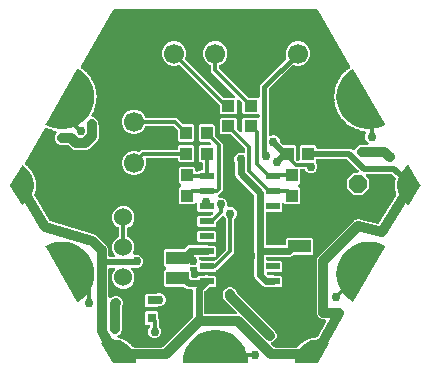
<source format=gbr>
G04 EAGLE Gerber RS-274X export*
G75*
%MOMM*%
%FSLAX34Y34*%
%LPD*%
%INTop Copper*%
%IPPOS*%
%AMOC8*
5,1,8,0,0,1.08239X$1,22.5*%
G01*
%ADD10C,1.000000*%
%ADD11R,1.200000X0.600000*%
%ADD12R,1.100000X1.000000*%
%ADD13R,1.000000X1.100000*%
%ADD14C,1.700000*%
%ADD15R,0.800000X0.800000*%
%ADD16P,1.649562X8X22.500000*%
%ADD17C,1.524000*%
%ADD18C,0.756400*%
%ADD19C,0.812800*%
%ADD20C,0.304800*%
%ADD21C,0.609600*%
%ADD22C,0.508000*%
%ADD23C,0.406400*%

G36*
X-44981Y13695D02*
X-44981Y13695D01*
X-44882Y13698D01*
X-44824Y13714D01*
X-44764Y13722D01*
X-44672Y13759D01*
X-44577Y13786D01*
X-44525Y13817D01*
X-44468Y13839D01*
X-44388Y13897D01*
X-44303Y13948D01*
X-44228Y14014D01*
X-44211Y14026D01*
X-44203Y14035D01*
X-44182Y14054D01*
X-19360Y38876D01*
X-19299Y38955D01*
X-19231Y39027D01*
X-19202Y39080D01*
X-19165Y39128D01*
X-19125Y39219D01*
X-19078Y39305D01*
X-19062Y39364D01*
X-19038Y39420D01*
X-19023Y39517D01*
X-18998Y39613D01*
X-18992Y39713D01*
X-18989Y39734D01*
X-18990Y39746D01*
X-18988Y39774D01*
X-18988Y61879D01*
X-19003Y61997D01*
X-19010Y62116D01*
X-19023Y62154D01*
X-19028Y62195D01*
X-19072Y62305D01*
X-19108Y62418D01*
X-19130Y62453D01*
X-19145Y62490D01*
X-19215Y62586D01*
X-19278Y62687D01*
X-19308Y62715D01*
X-19332Y62748D01*
X-19423Y62824D01*
X-19510Y62905D01*
X-19545Y62925D01*
X-19577Y62950D01*
X-19684Y63001D01*
X-19789Y63059D01*
X-19828Y63069D01*
X-19864Y63086D01*
X-19981Y63108D01*
X-20096Y63138D01*
X-20157Y63142D01*
X-20177Y63146D01*
X-20197Y63144D01*
X-20257Y63148D01*
X-23460Y63148D01*
X-25234Y63883D01*
X-26163Y64812D01*
X-26241Y64873D01*
X-26313Y64941D01*
X-26367Y64970D01*
X-26414Y65007D01*
X-26505Y65046D01*
X-26592Y65094D01*
X-26651Y65109D01*
X-26706Y65133D01*
X-26804Y65149D01*
X-26900Y65174D01*
X-27000Y65180D01*
X-27020Y65183D01*
X-27033Y65182D01*
X-27061Y65184D01*
X-42249Y65184D01*
X-43291Y66226D01*
X-43291Y78699D01*
X-41925Y80065D01*
X-41852Y80159D01*
X-41774Y80248D01*
X-41762Y80272D01*
X-41761Y80274D01*
X-41755Y80284D01*
X-41731Y80316D01*
X-41683Y80426D01*
X-41629Y80532D01*
X-41620Y80571D01*
X-41604Y80608D01*
X-41586Y80726D01*
X-41559Y80842D01*
X-41561Y80882D01*
X-41554Y80922D01*
X-41566Y81041D01*
X-41569Y81160D01*
X-41580Y81199D01*
X-41584Y81239D01*
X-41624Y81351D01*
X-41658Y81465D01*
X-41678Y81500D01*
X-41692Y81538D01*
X-41759Y81637D01*
X-41819Y81739D01*
X-41859Y81784D01*
X-41870Y81801D01*
X-41886Y81815D01*
X-41925Y81860D01*
X-43291Y83226D01*
X-43291Y95699D01*
X-42249Y96741D01*
X-27061Y96741D01*
X-26962Y96754D01*
X-26863Y96757D01*
X-26805Y96773D01*
X-26745Y96781D01*
X-26653Y96817D01*
X-26558Y96845D01*
X-26506Y96876D01*
X-26449Y96898D01*
X-26369Y96956D01*
X-26284Y97007D01*
X-26209Y97073D01*
X-26192Y97085D01*
X-26184Y97094D01*
X-26163Y97113D01*
X-25471Y97805D01*
X-25470Y97806D01*
X-23934Y99342D01*
X-22160Y100077D01*
X-6342Y100077D01*
X-6213Y100041D01*
X-6204Y100041D01*
X-6195Y100039D01*
X-6034Y100029D01*
X-626Y100029D01*
X416Y98987D01*
X416Y91513D01*
X-626Y90471D01*
X-6034Y90471D01*
X-6043Y90470D01*
X-6053Y90471D01*
X-6201Y90450D01*
X-6350Y90431D01*
X-6358Y90428D01*
X-6368Y90427D01*
X-6378Y90423D01*
X-12420Y90423D01*
X-12469Y90417D01*
X-12519Y90419D01*
X-12627Y90397D01*
X-12736Y90383D01*
X-12782Y90365D01*
X-12830Y90355D01*
X-12929Y90307D01*
X-13031Y90266D01*
X-13071Y90237D01*
X-13116Y90215D01*
X-13200Y90144D01*
X-13289Y90080D01*
X-13320Y90041D01*
X-13358Y90009D01*
X-13421Y89919D01*
X-13491Y89835D01*
X-13513Y89790D01*
X-13541Y89749D01*
X-13580Y89646D01*
X-13627Y89547D01*
X-13636Y89498D01*
X-13654Y89452D01*
X-13666Y89342D01*
X-13687Y89235D01*
X-13684Y89185D01*
X-13689Y89136D01*
X-13674Y89027D01*
X-13667Y88917D01*
X-13652Y88870D01*
X-13645Y88821D01*
X-13593Y88668D01*
X-13467Y88365D01*
X-13467Y88361D01*
X-13454Y88323D01*
X-13449Y88282D01*
X-13406Y88172D01*
X-13369Y88059D01*
X-13347Y88024D01*
X-13332Y87987D01*
X-13263Y87891D01*
X-13199Y87790D01*
X-13169Y87762D01*
X-13146Y87729D01*
X-13054Y87653D01*
X-12967Y87572D01*
X-12932Y87552D01*
X-12901Y87527D01*
X-12793Y87476D01*
X-12689Y87418D01*
X-12649Y87408D01*
X-12613Y87391D01*
X-12496Y87369D01*
X-12381Y87339D01*
X-12321Y87335D01*
X-12301Y87331D01*
X-12280Y87333D01*
X-12220Y87329D01*
X-418Y87329D01*
X-320Y87341D01*
X-221Y87344D01*
X-162Y87361D01*
X-102Y87369D01*
X-10Y87405D01*
X85Y87433D01*
X137Y87463D01*
X193Y87486D01*
X274Y87544D01*
X359Y87594D01*
X434Y87660D01*
X451Y87672D01*
X459Y87682D01*
X480Y87700D01*
X9026Y96246D01*
X9086Y96325D01*
X9154Y96397D01*
X9183Y96450D01*
X9220Y96498D01*
X9260Y96589D01*
X9308Y96675D01*
X9323Y96734D01*
X9347Y96789D01*
X9362Y96887D01*
X9387Y96983D01*
X9393Y97083D01*
X9397Y97104D01*
X9395Y97116D01*
X9397Y97144D01*
X9397Y121913D01*
X9385Y122011D01*
X9382Y122110D01*
X9365Y122168D01*
X9357Y122228D01*
X9321Y122321D01*
X9293Y122416D01*
X9263Y122468D01*
X9240Y122524D01*
X9182Y122604D01*
X9132Y122690D01*
X9066Y122765D01*
X9054Y122781D01*
X9044Y122789D01*
X9026Y122810D01*
X7986Y123850D01*
X7749Y124422D01*
X7725Y124465D01*
X7708Y124511D01*
X7646Y124602D01*
X7592Y124698D01*
X7557Y124733D01*
X7529Y124775D01*
X7447Y124847D01*
X7370Y124926D01*
X7328Y124952D01*
X7291Y124985D01*
X7193Y125035D01*
X7099Y125092D01*
X7052Y125107D01*
X7007Y125130D01*
X6900Y125154D01*
X6795Y125186D01*
X6746Y125188D01*
X6697Y125199D01*
X6587Y125196D01*
X6478Y125201D01*
X6429Y125191D01*
X6379Y125190D01*
X6274Y125159D01*
X6166Y125137D01*
X6122Y125115D01*
X6074Y125101D01*
X5979Y125045D01*
X5880Y124997D01*
X5843Y124965D01*
X5800Y124940D01*
X5679Y124833D01*
X788Y119942D01*
X727Y119864D01*
X659Y119792D01*
X630Y119739D01*
X593Y119691D01*
X554Y119600D01*
X506Y119513D01*
X491Y119455D01*
X467Y119399D01*
X451Y119301D01*
X426Y119205D01*
X421Y119123D01*
X419Y119110D01*
X419Y119101D01*
X417Y119085D01*
X418Y119073D01*
X416Y119045D01*
X416Y116913D01*
X-626Y115871D01*
X-14099Y115871D01*
X-15141Y116913D01*
X-15141Y124387D01*
X-14099Y125429D01*
X-3593Y125429D01*
X-3495Y125441D01*
X-3396Y125444D01*
X-3337Y125461D01*
X-3277Y125469D01*
X-3185Y125505D01*
X-3090Y125533D01*
X-3038Y125563D01*
X-2982Y125586D01*
X-2902Y125644D01*
X-2816Y125694D01*
X-2741Y125760D01*
X-2724Y125772D01*
X-2716Y125782D01*
X-2695Y125800D01*
X-2091Y126405D01*
X-2006Y126514D01*
X-1917Y126621D01*
X-1909Y126640D01*
X-1896Y126656D01*
X-1841Y126784D01*
X-1782Y126909D01*
X-1778Y126929D01*
X-1770Y126948D01*
X-1748Y127086D01*
X-1722Y127222D01*
X-1723Y127242D01*
X-1720Y127262D01*
X-1733Y127401D01*
X-1742Y127539D01*
X-1748Y127558D01*
X-1750Y127578D01*
X-1797Y127710D01*
X-1840Y127841D01*
X-1851Y127859D01*
X-1858Y127878D01*
X-1936Y127993D01*
X-2010Y128110D01*
X-2025Y128124D01*
X-2036Y128141D01*
X-2140Y128233D01*
X-2242Y128328D01*
X-2259Y128338D01*
X-2275Y128351D01*
X-2398Y128414D01*
X-2520Y128482D01*
X-2540Y128487D01*
X-2558Y128496D01*
X-2694Y128526D01*
X-2828Y128561D01*
X-2856Y128563D01*
X-2868Y128566D01*
X-2889Y128565D01*
X-2989Y128571D01*
X-14099Y128571D01*
X-15141Y129613D01*
X-15141Y134904D01*
X-15159Y135042D01*
X-15172Y135180D01*
X-15179Y135199D01*
X-15181Y135220D01*
X-15232Y135349D01*
X-15279Y135480D01*
X-15291Y135497D01*
X-15298Y135515D01*
X-15380Y135628D01*
X-15458Y135743D01*
X-15473Y135756D01*
X-15485Y135773D01*
X-15592Y135861D01*
X-15696Y135953D01*
X-15714Y135962D01*
X-15730Y135975D01*
X-15856Y136035D01*
X-15980Y136098D01*
X-15999Y136102D01*
X-16018Y136111D01*
X-16154Y136137D01*
X-16290Y136168D01*
X-16310Y136167D01*
X-16330Y136171D01*
X-16468Y136162D01*
X-16608Y136158D01*
X-16627Y136152D01*
X-16647Y136151D01*
X-16779Y136108D01*
X-16913Y136069D01*
X-16931Y136059D01*
X-16950Y136053D01*
X-17068Y135978D01*
X-17187Y135908D01*
X-17208Y135889D01*
X-17219Y135883D01*
X-17233Y135868D01*
X-17308Y135802D01*
X-18076Y135034D01*
X-29549Y135034D01*
X-30591Y136076D01*
X-30591Y148549D01*
X-29225Y149915D01*
X-29152Y150009D01*
X-29074Y150098D01*
X-29055Y150134D01*
X-29031Y150166D01*
X-28983Y150276D01*
X-28929Y150382D01*
X-28920Y150421D01*
X-28904Y150458D01*
X-28886Y150576D01*
X-28859Y150692D01*
X-28861Y150732D01*
X-28854Y150772D01*
X-28866Y150891D01*
X-28869Y151010D01*
X-28880Y151049D01*
X-28884Y151089D01*
X-28924Y151201D01*
X-28958Y151315D01*
X-28978Y151350D01*
X-28992Y151388D01*
X-29059Y151487D01*
X-29119Y151589D01*
X-29159Y151634D01*
X-29170Y151651D01*
X-29186Y151665D01*
X-29225Y151710D01*
X-30591Y153076D01*
X-30591Y165549D01*
X-29549Y166591D01*
X-18076Y166591D01*
X-17034Y165549D01*
X-17034Y163658D01*
X-17016Y163520D01*
X-17003Y163382D01*
X-16996Y163363D01*
X-16994Y163343D01*
X-16943Y163214D01*
X-16896Y163083D01*
X-16884Y163066D01*
X-16877Y163047D01*
X-16795Y162935D01*
X-16717Y162820D01*
X-16702Y162806D01*
X-16690Y162790D01*
X-16583Y162701D01*
X-16479Y162609D01*
X-16461Y162600D01*
X-16445Y162587D01*
X-16319Y162528D01*
X-16195Y162465D01*
X-16176Y162460D01*
X-16157Y162452D01*
X-16021Y162425D01*
X-15885Y162395D01*
X-15865Y162396D01*
X-15845Y162392D01*
X-15707Y162400D01*
X-15567Y162405D01*
X-15548Y162410D01*
X-15528Y162412D01*
X-15396Y162454D01*
X-15262Y162493D01*
X-15244Y162503D01*
X-15225Y162510D01*
X-15107Y162584D01*
X-14988Y162655D01*
X-14967Y162673D01*
X-14956Y162680D01*
X-14942Y162695D01*
X-14867Y162761D01*
X-14099Y163529D01*
X-11934Y163529D01*
X-11816Y163544D01*
X-11698Y163551D01*
X-11659Y163564D01*
X-11619Y163569D01*
X-11508Y163612D01*
X-11395Y163649D01*
X-11361Y163671D01*
X-11323Y163686D01*
X-11227Y163755D01*
X-11126Y163819D01*
X-11099Y163849D01*
X-11066Y163872D01*
X-10990Y163964D01*
X-10908Y164051D01*
X-10889Y164086D01*
X-10863Y164117D01*
X-10812Y164225D01*
X-10755Y164329D01*
X-10745Y164369D01*
X-10728Y164405D01*
X-10705Y164522D01*
X-10675Y164637D01*
X-10672Y164697D01*
X-10668Y164717D01*
X-10669Y164738D01*
X-10665Y164798D01*
X-10665Y169252D01*
X-10680Y169370D01*
X-10688Y169489D01*
X-10700Y169527D01*
X-10705Y169568D01*
X-10749Y169678D01*
X-10786Y169791D01*
X-10807Y169826D01*
X-10822Y169863D01*
X-10892Y169959D01*
X-10956Y170060D01*
X-10985Y170088D01*
X-11009Y170121D01*
X-11101Y170197D01*
X-11187Y170278D01*
X-11223Y170298D01*
X-11254Y170323D01*
X-11362Y170374D01*
X-11466Y170432D01*
X-11505Y170442D01*
X-11542Y170459D01*
X-11658Y170481D01*
X-11774Y170511D01*
X-11834Y170515D01*
X-11854Y170519D01*
X-11874Y170517D01*
X-11934Y170521D01*
X-13112Y170521D01*
X-14154Y171563D01*
X-14154Y184037D01*
X-13112Y185079D01*
X-4926Y185079D01*
X-4788Y185096D01*
X-4650Y185109D01*
X-4631Y185116D01*
X-4611Y185119D01*
X-4481Y185170D01*
X-4351Y185217D01*
X-4334Y185228D01*
X-4315Y185236D01*
X-4203Y185317D01*
X-4087Y185395D01*
X-4074Y185411D01*
X-4058Y185422D01*
X-3969Y185530D01*
X-3877Y185634D01*
X-3868Y185652D01*
X-3855Y185667D01*
X-3796Y185793D01*
X-3732Y185917D01*
X-3728Y185937D01*
X-3719Y185955D01*
X-3693Y186091D01*
X-3663Y186227D01*
X-3663Y186248D01*
X-3660Y186267D01*
X-3668Y186406D01*
X-3672Y186545D01*
X-3678Y186565D01*
X-3679Y186585D01*
X-3722Y186717D01*
X-3761Y186851D01*
X-3771Y186868D01*
X-3777Y186887D01*
X-3852Y187005D01*
X-3922Y187125D01*
X-3941Y187146D01*
X-3947Y187156D01*
X-3963Y187170D01*
X-4029Y187246D01*
X-4395Y187612D01*
X-4474Y187673D01*
X-4546Y187741D01*
X-4599Y187770D01*
X-4647Y187807D01*
X-4738Y187846D01*
X-4824Y187894D01*
X-4883Y187909D01*
X-4938Y187933D01*
X-5036Y187949D01*
X-5132Y187974D01*
X-5232Y187980D01*
X-5253Y187983D01*
X-5265Y187982D01*
X-5293Y187984D01*
X-13112Y187984D01*
X-14154Y189026D01*
X-14154Y201499D01*
X-13112Y202541D01*
X-1638Y202541D01*
X-596Y201499D01*
X-596Y193680D01*
X-584Y193582D01*
X-581Y193483D01*
X-564Y193425D01*
X-556Y193365D01*
X-520Y193273D01*
X-492Y193178D01*
X-462Y193125D01*
X-439Y193069D01*
X-381Y192989D01*
X-331Y192904D01*
X-265Y192828D01*
X-253Y192812D01*
X-243Y192804D01*
X-225Y192783D01*
X6478Y186081D01*
X6478Y146269D01*
X5262Y145054D01*
X2873Y142665D01*
X2788Y142555D01*
X2699Y142448D01*
X2691Y142430D01*
X2678Y142414D01*
X2623Y142286D01*
X2564Y142160D01*
X2560Y142141D01*
X2552Y142122D01*
X2530Y141984D01*
X2504Y141848D01*
X2505Y141828D01*
X2502Y141808D01*
X2515Y141669D01*
X2524Y141531D01*
X2530Y141511D01*
X2532Y141491D01*
X2579Y141360D01*
X2622Y141228D01*
X2633Y141211D01*
X2640Y141192D01*
X2718Y141077D01*
X2792Y140959D01*
X2807Y140945D01*
X2818Y140929D01*
X2922Y140837D01*
X3024Y140741D01*
X3041Y140732D01*
X3057Y140718D01*
X3181Y140655D01*
X3302Y140588D01*
X3322Y140583D01*
X3340Y140574D01*
X3476Y140543D01*
X3610Y140508D01*
X3638Y140507D01*
X3650Y140504D01*
X3671Y140505D01*
X3771Y140498D01*
X5869Y140498D01*
X7912Y139652D01*
X9477Y138087D01*
X10323Y136044D01*
X10323Y133830D01*
X10338Y133712D01*
X10346Y133593D01*
X10358Y133555D01*
X10363Y133514D01*
X10407Y133404D01*
X10444Y133291D01*
X10465Y133256D01*
X10480Y133219D01*
X10550Y133123D01*
X10614Y133022D01*
X10643Y132994D01*
X10667Y132961D01*
X10759Y132885D01*
X10845Y132804D01*
X10881Y132784D01*
X10912Y132759D01*
X11020Y132708D01*
X11124Y132650D01*
X11163Y132640D01*
X11200Y132623D01*
X11316Y132601D01*
X11432Y132571D01*
X11492Y132567D01*
X11512Y132563D01*
X11532Y132565D01*
X11592Y132561D01*
X13806Y132561D01*
X15850Y131714D01*
X17414Y130150D01*
X18261Y128106D01*
X18261Y125894D01*
X17414Y123850D01*
X16374Y122810D01*
X16314Y122732D01*
X16246Y122660D01*
X16217Y122607D01*
X16180Y122559D01*
X16140Y122468D01*
X16092Y122382D01*
X16077Y122323D01*
X16053Y122267D01*
X16038Y122169D01*
X16013Y122074D01*
X16007Y121974D01*
X16003Y121953D01*
X16005Y121941D01*
X16003Y121913D01*
X16003Y93882D01*
X1367Y79246D01*
X1278Y79235D01*
X1179Y79232D01*
X1120Y79215D01*
X1060Y79207D01*
X968Y79171D01*
X873Y79143D01*
X821Y79113D01*
X765Y79090D01*
X685Y79032D01*
X599Y78982D01*
X524Y78916D01*
X507Y78904D01*
X500Y78894D01*
X478Y78875D01*
X-626Y77771D01*
X-14099Y77771D01*
X-15141Y78813D01*
X-15141Y81013D01*
X-15147Y81062D01*
X-15145Y81112D01*
X-15167Y81219D01*
X-15181Y81329D01*
X-15199Y81375D01*
X-15209Y81423D01*
X-15258Y81522D01*
X-15298Y81624D01*
X-15327Y81665D01*
X-15349Y81709D01*
X-15420Y81793D01*
X-15485Y81882D01*
X-15523Y81913D01*
X-15555Y81951D01*
X-15645Y82014D01*
X-15730Y82084D01*
X-15775Y82106D01*
X-15816Y82134D01*
X-15918Y82173D01*
X-16018Y82220D01*
X-16066Y82229D01*
X-16113Y82247D01*
X-16222Y82259D01*
X-16330Y82280D01*
X-16379Y82277D01*
X-16429Y82282D01*
X-16538Y82267D01*
X-16647Y82260D01*
X-16695Y82245D01*
X-16744Y82238D01*
X-16896Y82186D01*
X-17944Y81752D01*
X-20197Y81752D01*
X-20335Y81734D01*
X-20473Y81721D01*
X-20492Y81714D01*
X-20513Y81712D01*
X-20642Y81661D01*
X-20773Y81614D01*
X-20790Y81602D01*
X-20808Y81595D01*
X-20921Y81513D01*
X-21036Y81435D01*
X-21049Y81420D01*
X-21066Y81408D01*
X-21154Y81301D01*
X-21246Y81197D01*
X-21255Y81179D01*
X-21268Y81163D01*
X-21328Y81037D01*
X-21391Y80913D01*
X-21395Y80894D01*
X-21404Y80875D01*
X-21430Y80739D01*
X-21461Y80603D01*
X-21460Y80583D01*
X-21464Y80563D01*
X-21455Y80425D01*
X-21451Y80285D01*
X-21445Y80266D01*
X-21444Y80246D01*
X-21401Y80114D01*
X-21362Y79980D01*
X-21352Y79962D01*
X-21346Y79943D01*
X-21271Y79825D01*
X-21201Y79706D01*
X-21182Y79685D01*
X-21176Y79674D01*
X-21161Y79660D01*
X-21095Y79585D01*
X-20209Y78699D01*
X-20209Y74071D01*
X-20194Y73953D01*
X-20186Y73834D01*
X-20174Y73796D01*
X-20169Y73755D01*
X-20125Y73645D01*
X-20088Y73532D01*
X-20067Y73497D01*
X-20052Y73460D01*
X-19982Y73364D01*
X-19918Y73263D01*
X-19889Y73235D01*
X-19865Y73202D01*
X-19773Y73126D01*
X-19687Y73045D01*
X-19651Y73025D01*
X-19620Y73000D01*
X-19512Y72949D01*
X-19408Y72891D01*
X-19369Y72881D01*
X-19332Y72864D01*
X-19216Y72842D01*
X-19100Y72812D01*
X-19040Y72808D01*
X-19020Y72804D01*
X-19000Y72806D01*
X-18940Y72802D01*
X-16410Y72802D01*
X-16292Y72817D01*
X-16174Y72824D01*
X-16135Y72837D01*
X-16095Y72842D01*
X-15984Y72885D01*
X-15871Y72922D01*
X-15837Y72944D01*
X-15799Y72959D01*
X-15703Y73028D01*
X-15602Y73092D01*
X-15575Y73122D01*
X-15542Y73145D01*
X-15466Y73237D01*
X-15384Y73324D01*
X-15365Y73359D01*
X-15346Y73382D01*
X-14099Y74629D01*
X-8691Y74629D01*
X-8682Y74630D01*
X-8672Y74629D01*
X-8523Y74650D01*
X-8375Y74669D01*
X-8367Y74672D01*
X-8358Y74673D01*
X-8347Y74677D01*
X-6342Y74677D01*
X-6213Y74641D01*
X-6204Y74641D01*
X-6195Y74639D01*
X-6034Y74629D01*
X-626Y74629D01*
X416Y73587D01*
X416Y66113D01*
X-626Y65071D01*
X-4789Y65071D01*
X-4888Y65059D01*
X-4987Y65056D01*
X-5045Y65039D01*
X-5105Y65031D01*
X-5197Y64995D01*
X-5292Y64967D01*
X-5344Y64937D01*
X-5401Y64914D01*
X-5481Y64856D01*
X-5566Y64806D01*
X-5642Y64740D01*
X-5658Y64728D01*
X-5666Y64718D01*
X-5687Y64700D01*
X-8963Y61424D01*
X-9023Y61345D01*
X-9091Y61273D01*
X-9120Y61220D01*
X-9158Y61172D01*
X-9197Y61082D01*
X-9245Y60995D01*
X-9260Y60936D01*
X-9284Y60881D01*
X-9300Y60783D01*
X-9324Y60687D01*
X-9331Y60587D01*
X-9334Y60567D01*
X-9333Y60554D01*
X-9334Y60526D01*
X-9334Y42924D01*
X-9320Y42806D01*
X-9312Y42687D01*
X-9300Y42649D01*
X-9295Y42608D01*
X-9251Y42498D01*
X-9214Y42385D01*
X-9192Y42350D01*
X-9178Y42313D01*
X-9108Y42217D01*
X-9044Y42116D01*
X-9014Y42088D01*
X-8991Y42055D01*
X-8899Y41980D01*
X-8812Y41898D01*
X-8777Y41878D01*
X-8746Y41853D01*
X-8638Y41802D01*
X-8534Y41744D01*
X-8495Y41734D01*
X-8458Y41717D01*
X-8341Y41695D01*
X-8226Y41665D01*
X-8166Y41661D01*
X-8146Y41657D01*
X-8125Y41659D01*
X-8065Y41655D01*
X16868Y41655D01*
X17006Y41672D01*
X17144Y41685D01*
X17164Y41692D01*
X17184Y41695D01*
X17313Y41746D01*
X17444Y41793D01*
X17461Y41804D01*
X17479Y41812D01*
X17591Y41893D01*
X17707Y41971D01*
X17720Y41987D01*
X17737Y41998D01*
X17825Y42106D01*
X17917Y42210D01*
X17927Y42228D01*
X17940Y42243D01*
X17999Y42369D01*
X18062Y42493D01*
X18066Y42513D01*
X18075Y42531D01*
X18101Y42667D01*
X18132Y42803D01*
X18131Y42824D01*
X18135Y42844D01*
X18126Y42982D01*
X18122Y43121D01*
X18116Y43141D01*
X18115Y43161D01*
X18072Y43293D01*
X18034Y43427D01*
X18023Y43444D01*
X18017Y43463D01*
X17942Y43581D01*
X17872Y43701D01*
X17853Y43722D01*
X17847Y43732D01*
X17832Y43746D01*
X17766Y43822D01*
X9569Y52018D01*
X7747Y53840D01*
X6857Y55988D01*
X6857Y59810D01*
X7747Y61957D01*
X9390Y63601D01*
X11538Y64490D01*
X13862Y64490D01*
X16010Y63601D01*
X17653Y61957D01*
X18616Y59634D01*
X18620Y59626D01*
X18623Y59617D01*
X18699Y59488D01*
X18773Y59358D01*
X18780Y59351D01*
X18784Y59343D01*
X18891Y59222D01*
X50991Y27122D01*
X51880Y24975D01*
X51880Y22650D01*
X50991Y20503D01*
X49347Y18859D01*
X47818Y18226D01*
X47775Y18201D01*
X47728Y18184D01*
X47637Y18123D01*
X47542Y18068D01*
X47506Y18034D01*
X47465Y18006D01*
X47392Y17924D01*
X47313Y17847D01*
X47287Y17805D01*
X47255Y17767D01*
X47205Y17670D01*
X47147Y17576D01*
X47133Y17529D01*
X47110Y17484D01*
X47086Y17377D01*
X47054Y17272D01*
X47051Y17222D01*
X47040Y17174D01*
X47044Y17064D01*
X47038Y16954D01*
X47048Y16906D01*
X47050Y16856D01*
X47080Y16751D01*
X47103Y16643D01*
X47125Y16598D01*
X47138Y16551D01*
X47194Y16456D01*
X47242Y16357D01*
X47275Y16319D01*
X47300Y16277D01*
X47406Y16156D01*
X49508Y14054D01*
X49586Y13993D01*
X49658Y13925D01*
X49711Y13896D01*
X49759Y13859D01*
X49850Y13820D01*
X49937Y13772D01*
X49995Y13757D01*
X50051Y13733D01*
X50149Y13717D01*
X50245Y13692D01*
X50345Y13686D01*
X50365Y13683D01*
X50378Y13684D01*
X50406Y13682D01*
X68962Y13682D01*
X69043Y13692D01*
X69124Y13693D01*
X69200Y13712D01*
X69278Y13722D01*
X69353Y13752D01*
X69432Y13772D01*
X69501Y13810D01*
X69574Y13839D01*
X69639Y13887D01*
X69710Y13926D01*
X69767Y13980D01*
X69831Y14026D01*
X69883Y14088D01*
X69942Y14144D01*
X70031Y14268D01*
X70034Y14271D01*
X70034Y14272D01*
X70036Y14274D01*
X70124Y14414D01*
X70200Y14441D01*
X70202Y14443D01*
X70206Y14444D01*
X70336Y14533D01*
X70463Y14619D01*
X70466Y14622D01*
X70468Y14624D01*
X70472Y14628D01*
X70577Y14733D01*
X71087Y15310D01*
X71174Y15437D01*
X71263Y15567D01*
X71264Y15570D01*
X71266Y15573D01*
X71319Y15719D01*
X71349Y15799D01*
X71888Y16241D01*
X71903Y16257D01*
X71921Y16269D01*
X72035Y16382D01*
X72497Y16905D01*
X72576Y16920D01*
X72579Y16921D01*
X72582Y16922D01*
X72722Y16987D01*
X72865Y17053D01*
X72868Y17056D01*
X72870Y17057D01*
X72874Y17060D01*
X72996Y17147D01*
X73591Y17635D01*
X73698Y17747D01*
X73807Y17861D01*
X73808Y17863D01*
X73810Y17866D01*
X73886Y18001D01*
X73928Y18076D01*
X74531Y18425D01*
X74548Y18439D01*
X74568Y18448D01*
X74699Y18542D01*
X75239Y18984D01*
X75319Y18985D01*
X75323Y18986D01*
X75326Y18986D01*
X75478Y19030D01*
X75626Y19071D01*
X75629Y19073D01*
X75632Y19073D01*
X75637Y19077D01*
X75770Y19143D01*
X76436Y19528D01*
X76562Y19624D01*
X76685Y19716D01*
X76687Y19719D01*
X76689Y19721D01*
X76786Y19843D01*
X76839Y19910D01*
X77491Y20158D01*
X77510Y20168D01*
X77531Y20174D01*
X77675Y20246D01*
X78279Y20595D01*
X78358Y20584D01*
X78362Y20584D01*
X78365Y20584D01*
X78519Y20602D01*
X78674Y20619D01*
X78679Y20621D01*
X78681Y20621D01*
X78686Y20623D01*
X78828Y20667D01*
X79548Y20941D01*
X79687Y21015D01*
X79823Y21087D01*
X79826Y21089D01*
X79829Y21090D01*
X79943Y21195D01*
X80007Y21253D01*
X80689Y21393D01*
X80710Y21400D01*
X80732Y21402D01*
X80886Y21450D01*
X81538Y21698D01*
X81614Y21674D01*
X81618Y21674D01*
X81621Y21673D01*
X81778Y21666D01*
X81932Y21659D01*
X81936Y21659D01*
X81938Y21659D01*
X81944Y21660D01*
X82091Y21681D01*
X82846Y21836D01*
X82994Y21886D01*
X83141Y21936D01*
X83144Y21937D01*
X83147Y21938D01*
X83278Y22024D01*
X83349Y22070D01*
X84045Y22099D01*
X84067Y22103D01*
X84088Y22101D01*
X84248Y22124D01*
X84932Y22264D01*
X85003Y22228D01*
X85006Y22228D01*
X85009Y22226D01*
X85162Y22194D01*
X85314Y22162D01*
X85319Y22162D01*
X85321Y22161D01*
X85326Y22162D01*
X85475Y22158D01*
X85940Y22178D01*
X86033Y22193D01*
X86128Y22199D01*
X86189Y22220D01*
X86253Y22230D01*
X86340Y22269D01*
X86430Y22298D01*
X86485Y22333D01*
X86544Y22360D01*
X86618Y22418D01*
X86698Y22469D01*
X86742Y22517D01*
X86793Y22557D01*
X86851Y22632D01*
X86915Y22702D01*
X86974Y22795D01*
X86986Y22810D01*
X86990Y22819D01*
X87001Y22838D01*
X93952Y35578D01*
X93995Y35687D01*
X94045Y35793D01*
X94053Y35834D01*
X94068Y35874D01*
X94083Y35990D01*
X94105Y36105D01*
X94102Y36147D01*
X94107Y36189D01*
X94092Y36306D01*
X94085Y36422D01*
X94072Y36463D01*
X94066Y36505D01*
X94023Y36614D01*
X93987Y36725D01*
X93964Y36761D01*
X93949Y36800D01*
X93879Y36895D01*
X93817Y36994D01*
X93786Y37023D01*
X93761Y37057D01*
X93670Y37131D01*
X93585Y37212D01*
X93548Y37232D01*
X93515Y37259D01*
X93409Y37309D01*
X93307Y37365D01*
X93266Y37376D01*
X93227Y37394D01*
X93112Y37415D01*
X92999Y37445D01*
X92935Y37449D01*
X92915Y37452D01*
X92895Y37451D01*
X92838Y37455D01*
X90428Y37455D01*
X88280Y38344D01*
X86637Y39988D01*
X85747Y42135D01*
X85747Y87990D01*
X86637Y90137D01*
X116584Y120085D01*
X116593Y120096D01*
X116604Y120105D01*
X116708Y120229D01*
X117082Y120735D01*
X117333Y120886D01*
X117391Y120932D01*
X117455Y120969D01*
X117576Y121076D01*
X117783Y121283D01*
X118364Y121524D01*
X118377Y121531D01*
X118391Y121535D01*
X118534Y121610D01*
X119073Y121934D01*
X119363Y121978D01*
X119434Y121998D01*
X119507Y122008D01*
X119659Y122061D01*
X119930Y122173D01*
X120560Y122173D01*
X120574Y122175D01*
X120588Y122173D01*
X120749Y122187D01*
X121371Y122281D01*
X121656Y122210D01*
X121729Y122201D01*
X121801Y122183D01*
X121962Y122173D01*
X122255Y122173D01*
X122836Y121932D01*
X122850Y121928D01*
X122863Y121921D01*
X123016Y121873D01*
X137503Y118279D01*
X137588Y118269D01*
X137671Y118249D01*
X137745Y118250D01*
X137819Y118242D01*
X137904Y118253D01*
X137989Y118255D01*
X138060Y118274D01*
X138134Y118284D01*
X138213Y118316D01*
X138295Y118339D01*
X138360Y118376D01*
X138429Y118404D01*
X138497Y118454D01*
X138571Y118496D01*
X138625Y118548D01*
X138685Y118592D01*
X138739Y118658D01*
X138800Y118718D01*
X138879Y118831D01*
X138886Y118839D01*
X138887Y118843D01*
X138892Y118850D01*
X153187Y142266D01*
X153226Y142354D01*
X153274Y142437D01*
X153291Y142498D01*
X153317Y142556D01*
X153334Y142651D01*
X153359Y142743D01*
X153361Y142807D01*
X153372Y142870D01*
X153364Y142965D01*
X153366Y143061D01*
X153351Y143123D01*
X153346Y143187D01*
X153337Y143213D01*
X153365Y143363D01*
X153364Y143366D01*
X153365Y143369D01*
X153354Y143518D01*
X153343Y143680D01*
X153341Y143684D01*
X153341Y143687D01*
X153339Y143692D01*
X153301Y143836D01*
X153055Y144572D01*
X152987Y144716D01*
X152921Y144854D01*
X152919Y144856D01*
X152918Y144859D01*
X152815Y144982D01*
X152763Y145044D01*
X152651Y145732D01*
X152645Y145753D01*
X152643Y145774D01*
X152602Y145930D01*
X152381Y146592D01*
X152408Y146668D01*
X152408Y146671D01*
X152409Y146674D01*
X152421Y146811D01*
X152433Y146873D01*
X152431Y146914D01*
X152437Y146984D01*
X152437Y146988D01*
X152437Y146991D01*
X152436Y146996D01*
X152421Y147144D01*
X152297Y147911D01*
X152254Y148057D01*
X152210Y148210D01*
X152208Y148213D01*
X152207Y148216D01*
X152127Y148351D01*
X152084Y148423D01*
X152084Y149120D01*
X152081Y149142D01*
X152083Y149163D01*
X152067Y149324D01*
X151955Y150013D01*
X151994Y150083D01*
X151995Y150086D01*
X151996Y150089D01*
X152035Y150241D01*
X152074Y150391D01*
X152074Y150395D01*
X152074Y150397D01*
X152074Y150403D01*
X152084Y150551D01*
X152084Y151328D01*
X152064Y151484D01*
X152046Y151637D01*
X152044Y151640D01*
X152044Y151643D01*
X151987Y151787D01*
X151956Y151868D01*
X152067Y152555D01*
X152068Y152577D01*
X152074Y152598D01*
X152084Y152759D01*
X152084Y153457D01*
X152133Y153520D01*
X152135Y153523D01*
X152137Y153526D01*
X152198Y153667D01*
X152261Y153811D01*
X152262Y153816D01*
X152263Y153817D01*
X152264Y153823D01*
X152297Y153968D01*
X152421Y154735D01*
X152427Y154886D01*
X152433Y155046D01*
X152433Y155049D01*
X152433Y155052D01*
X152399Y155205D01*
X152382Y155288D01*
X152602Y155949D01*
X152606Y155970D01*
X152615Y155990D01*
X152651Y156147D01*
X152737Y156676D01*
X152739Y156718D01*
X152748Y156759D01*
X152744Y156877D01*
X152748Y156994D01*
X152739Y157035D01*
X152738Y157077D01*
X152705Y157190D01*
X152680Y157305D01*
X152661Y157342D01*
X152650Y157382D01*
X152590Y157483D01*
X152537Y157589D01*
X152509Y157620D01*
X152488Y157656D01*
X152382Y157777D01*
X149622Y160537D01*
X149544Y160597D01*
X149472Y160665D01*
X149419Y160694D01*
X149371Y160731D01*
X149280Y160771D01*
X149193Y160819D01*
X149135Y160834D01*
X149079Y160858D01*
X148981Y160873D01*
X148886Y160898D01*
X148785Y160904D01*
X148765Y160908D01*
X148753Y160906D01*
X148725Y160908D01*
X128498Y160908D01*
X128360Y160891D01*
X128221Y160878D01*
X128202Y160871D01*
X128182Y160868D01*
X128053Y160817D01*
X127922Y160770D01*
X127905Y160759D01*
X127887Y160751D01*
X127774Y160670D01*
X127659Y160592D01*
X127646Y160576D01*
X127629Y160565D01*
X127540Y160457D01*
X127449Y160353D01*
X127439Y160335D01*
X127426Y160320D01*
X127367Y160194D01*
X127304Y160070D01*
X127299Y160050D01*
X127291Y160032D01*
X127265Y159896D01*
X127234Y159760D01*
X127235Y159739D01*
X127231Y159720D01*
X127240Y159581D01*
X127244Y159442D01*
X127250Y159422D01*
X127251Y159402D01*
X127294Y159270D01*
X127332Y159136D01*
X127343Y159119D01*
X127349Y159100D01*
X127423Y158982D01*
X127494Y158862D01*
X127512Y158841D01*
X127519Y158831D01*
X127534Y158817D01*
X127600Y158742D01*
X130049Y156293D01*
X130049Y148507D01*
X124543Y143001D01*
X116757Y143001D01*
X111251Y148507D01*
X111251Y156293D01*
X116757Y161799D01*
X120104Y161799D01*
X120242Y161816D01*
X120381Y161829D01*
X120400Y161836D01*
X120420Y161839D01*
X120549Y161890D01*
X120680Y161937D01*
X120697Y161948D01*
X120716Y161956D01*
X120828Y162037D01*
X120943Y162115D01*
X120957Y162131D01*
X120973Y162142D01*
X121062Y162250D01*
X121154Y162354D01*
X121163Y162372D01*
X121176Y162387D01*
X121235Y162513D01*
X121298Y162637D01*
X121303Y162657D01*
X121311Y162675D01*
X121337Y162811D01*
X121368Y162947D01*
X121367Y162968D01*
X121371Y162987D01*
X121362Y163126D01*
X121358Y163265D01*
X121353Y163285D01*
X121351Y163305D01*
X121309Y163437D01*
X121270Y163571D01*
X121260Y163588D01*
X121253Y163607D01*
X121179Y163725D01*
X121108Y163845D01*
X121090Y163866D01*
X121083Y163876D01*
X121068Y163890D01*
X121002Y163965D01*
X111858Y173110D01*
X111780Y173170D01*
X111707Y173238D01*
X111654Y173267D01*
X111607Y173304D01*
X111516Y173344D01*
X111429Y173392D01*
X111370Y173407D01*
X111315Y173431D01*
X111217Y173446D01*
X111121Y173471D01*
X111021Y173477D01*
X111001Y173481D01*
X110988Y173479D01*
X110960Y173481D01*
X86398Y173481D01*
X86280Y173466D01*
X86161Y173459D01*
X86123Y173446D01*
X86082Y173441D01*
X85972Y173398D01*
X85859Y173361D01*
X85824Y173339D01*
X85787Y173324D01*
X85691Y173255D01*
X85590Y173191D01*
X85562Y173161D01*
X85529Y173138D01*
X85453Y173046D01*
X85372Y172959D01*
X85352Y172924D01*
X85327Y172893D01*
X85276Y172785D01*
X85218Y172681D01*
X85208Y172641D01*
X85191Y172605D01*
X85169Y172488D01*
X85139Y172373D01*
X85135Y172313D01*
X85131Y172293D01*
X85133Y172272D01*
X85129Y172212D01*
X85129Y171358D01*
X85116Y171329D01*
X85097Y171211D01*
X85071Y171095D01*
X85072Y171055D01*
X85066Y171015D01*
X85077Y170896D01*
X85081Y170777D01*
X85092Y170738D01*
X85096Y170698D01*
X85136Y170586D01*
X85169Y170472D01*
X85190Y170437D01*
X85203Y170399D01*
X85270Y170300D01*
X85331Y170198D01*
X85371Y170153D01*
X85382Y170136D01*
X85397Y170122D01*
X85437Y170077D01*
X85677Y169837D01*
X86523Y167794D01*
X86523Y165581D01*
X85677Y163538D01*
X84112Y161973D01*
X82069Y161127D01*
X79856Y161127D01*
X77813Y161973D01*
X76248Y163538D01*
X75979Y164189D01*
X75964Y164214D01*
X75955Y164242D01*
X75886Y164352D01*
X75821Y164465D01*
X75801Y164486D01*
X75785Y164511D01*
X75690Y164600D01*
X75600Y164693D01*
X75575Y164709D01*
X75553Y164729D01*
X75439Y164792D01*
X75329Y164860D01*
X75300Y164868D01*
X75275Y164883D01*
X75149Y164915D01*
X75025Y164953D01*
X74995Y164955D01*
X74967Y164962D01*
X74806Y164972D01*
X73135Y164972D01*
X73017Y164957D01*
X72899Y164950D01*
X72860Y164937D01*
X72820Y164932D01*
X72709Y164889D01*
X72596Y164852D01*
X72562Y164830D01*
X72524Y164815D01*
X72428Y164746D01*
X72327Y164682D01*
X72300Y164652D01*
X72267Y164629D01*
X72191Y164537D01*
X72109Y164450D01*
X72090Y164415D01*
X72064Y164384D01*
X72013Y164276D01*
X71956Y164172D01*
X71946Y164132D01*
X71929Y164096D01*
X71906Y163979D01*
X71876Y163864D01*
X71873Y163804D01*
X71869Y163784D01*
X71870Y163763D01*
X71866Y163703D01*
X71866Y153076D01*
X70500Y151710D01*
X70427Y151616D01*
X70349Y151527D01*
X70330Y151491D01*
X70306Y151459D01*
X70258Y151349D01*
X70204Y151243D01*
X70195Y151204D01*
X70179Y151167D01*
X70161Y151049D01*
X70134Y150933D01*
X70136Y150893D01*
X70129Y150853D01*
X70141Y150734D01*
X70144Y150615D01*
X70155Y150576D01*
X70159Y150536D01*
X70199Y150424D01*
X70233Y150310D01*
X70253Y150275D01*
X70267Y150237D01*
X70334Y150138D01*
X70394Y150036D01*
X70434Y149991D01*
X70445Y149974D01*
X70461Y149960D01*
X70500Y149915D01*
X71866Y148549D01*
X71866Y136076D01*
X70824Y135034D01*
X59351Y135034D01*
X58583Y135802D01*
X58474Y135886D01*
X58366Y135975D01*
X58348Y135984D01*
X58332Y135996D01*
X58204Y136052D01*
X58078Y136111D01*
X58059Y136115D01*
X58040Y136123D01*
X57902Y136145D01*
X57766Y136171D01*
X57746Y136169D01*
X57726Y136173D01*
X57587Y136160D01*
X57449Y136151D01*
X57429Y136145D01*
X57409Y136143D01*
X57278Y136096D01*
X57146Y136053D01*
X57129Y136042D01*
X57110Y136035D01*
X56995Y135957D01*
X56877Y135883D01*
X56863Y135868D01*
X56847Y135857D01*
X56755Y135753D01*
X56659Y135651D01*
X56650Y135633D01*
X56636Y135618D01*
X56573Y135495D01*
X56506Y135373D01*
X56501Y135353D01*
X56492Y135335D01*
X56461Y135199D01*
X56426Y135065D01*
X56425Y135037D01*
X56422Y135025D01*
X56423Y135004D01*
X56416Y134904D01*
X56416Y129613D01*
X55374Y128571D01*
X43907Y128571D01*
X43789Y128556D01*
X43671Y128549D01*
X43632Y128536D01*
X43592Y128531D01*
X43481Y128488D01*
X43368Y128451D01*
X43334Y128429D01*
X43296Y128414D01*
X43200Y128345D01*
X43099Y128281D01*
X43072Y128251D01*
X43039Y128228D01*
X42963Y128136D01*
X42881Y128049D01*
X42862Y128014D01*
X42836Y127983D01*
X42785Y127875D01*
X42728Y127771D01*
X42718Y127731D01*
X42701Y127695D01*
X42678Y127578D01*
X42648Y127463D01*
X42645Y127403D01*
X42641Y127383D01*
X42642Y127362D01*
X42638Y127302D01*
X42638Y101346D01*
X42653Y101228D01*
X42661Y101109D01*
X42673Y101071D01*
X42678Y101030D01*
X42722Y100920D01*
X42759Y100807D01*
X42780Y100772D01*
X42795Y100735D01*
X42865Y100639D01*
X42929Y100538D01*
X42958Y100510D01*
X42982Y100477D01*
X43074Y100401D01*
X43160Y100320D01*
X43196Y100300D01*
X43227Y100275D01*
X43335Y100224D01*
X43439Y100166D01*
X43478Y100156D01*
X43515Y100139D01*
X43631Y100117D01*
X43747Y100087D01*
X43807Y100083D01*
X43827Y100079D01*
X43847Y100081D01*
X43907Y100077D01*
X58627Y100077D01*
X58745Y100092D01*
X58864Y100099D01*
X58902Y100112D01*
X58943Y100117D01*
X59053Y100160D01*
X59166Y100197D01*
X59201Y100219D01*
X59238Y100234D01*
X59334Y100303D01*
X59435Y100367D01*
X59463Y100397D01*
X59496Y100420D01*
X59572Y100512D01*
X59653Y100599D01*
X59673Y100634D01*
X59698Y100665D01*
X59749Y100773D01*
X59807Y100877D01*
X59817Y100917D01*
X59834Y100953D01*
X59856Y101070D01*
X59886Y101185D01*
X59890Y101245D01*
X59894Y101265D01*
X59892Y101286D01*
X59896Y101346D01*
X59896Y105687D01*
X60938Y106729D01*
X81937Y106729D01*
X82979Y105687D01*
X82979Y93213D01*
X81937Y92171D01*
X66748Y92171D01*
X66650Y92159D01*
X66551Y92156D01*
X66493Y92139D01*
X66433Y92131D01*
X66340Y92095D01*
X66245Y92067D01*
X66193Y92037D01*
X66137Y92014D01*
X66057Y91956D01*
X65971Y91906D01*
X65896Y91840D01*
X65879Y91828D01*
X65872Y91818D01*
X65851Y91800D01*
X65209Y91158D01*
X63435Y90423D01*
X44196Y90423D01*
X44078Y90408D01*
X43959Y90401D01*
X43921Y90388D01*
X43880Y90383D01*
X43770Y90340D01*
X43657Y90303D01*
X43622Y90281D01*
X43585Y90266D01*
X43489Y90197D01*
X43388Y90133D01*
X43360Y90103D01*
X43327Y90080D01*
X43251Y89988D01*
X43170Y89901D01*
X43150Y89866D01*
X43125Y89835D01*
X43074Y89727D01*
X43016Y89623D01*
X43006Y89583D01*
X42989Y89547D01*
X42967Y89430D01*
X42937Y89315D01*
X42933Y89255D01*
X42929Y89235D01*
X42931Y89214D01*
X42927Y89154D01*
X42927Y88598D01*
X42942Y88480D01*
X42949Y88361D01*
X42962Y88323D01*
X42967Y88282D01*
X43010Y88172D01*
X43047Y88059D01*
X43069Y88024D01*
X43084Y87987D01*
X43153Y87891D01*
X43217Y87790D01*
X43247Y87762D01*
X43270Y87729D01*
X43362Y87653D01*
X43449Y87572D01*
X43484Y87552D01*
X43515Y87527D01*
X43623Y87476D01*
X43727Y87418D01*
X43767Y87408D01*
X43803Y87391D01*
X43920Y87369D01*
X44035Y87339D01*
X44095Y87335D01*
X44115Y87331D01*
X44136Y87333D01*
X44196Y87329D01*
X55374Y87329D01*
X56416Y86287D01*
X56416Y78813D01*
X55374Y77771D01*
X44831Y77771D01*
X44693Y77754D01*
X44555Y77741D01*
X44536Y77734D01*
X44516Y77731D01*
X44386Y77680D01*
X44256Y77633D01*
X44239Y77622D01*
X44220Y77614D01*
X44108Y77533D01*
X43993Y77455D01*
X43979Y77439D01*
X43963Y77428D01*
X43874Y77320D01*
X43782Y77216D01*
X43773Y77198D01*
X43760Y77183D01*
X43701Y77057D01*
X43638Y76933D01*
X43633Y76913D01*
X43625Y76895D01*
X43599Y76759D01*
X43568Y76623D01*
X43569Y76602D01*
X43565Y76583D01*
X43573Y76444D01*
X43578Y76305D01*
X43583Y76285D01*
X43585Y76265D01*
X43627Y76133D01*
X43666Y75999D01*
X43676Y75982D01*
X43683Y75963D01*
X43757Y75845D01*
X43828Y75725D01*
X43846Y75704D01*
X43853Y75694D01*
X43868Y75680D01*
X43934Y75604D01*
X44490Y75048D01*
X44568Y74988D01*
X44640Y74920D01*
X44694Y74891D01*
X44741Y74854D01*
X44832Y74814D01*
X44919Y74766D01*
X44978Y74751D01*
X45033Y74727D01*
X45131Y74712D01*
X45227Y74687D01*
X45327Y74681D01*
X45347Y74677D01*
X45360Y74679D01*
X45388Y74677D01*
X49658Y74677D01*
X49787Y74641D01*
X49796Y74641D01*
X49805Y74639D01*
X49966Y74629D01*
X55374Y74629D01*
X56416Y73587D01*
X56416Y66113D01*
X55374Y65071D01*
X49966Y65071D01*
X49957Y65070D01*
X49947Y65071D01*
X49798Y65050D01*
X49650Y65031D01*
X49642Y65028D01*
X49633Y65027D01*
X49622Y65023D01*
X41878Y65023D01*
X41748Y65087D01*
X40128Y65758D01*
X33720Y72167D01*
X32985Y73941D01*
X32985Y88509D01*
X33177Y88972D01*
X33179Y88981D01*
X33184Y88989D01*
X33221Y89134D01*
X33261Y89279D01*
X33261Y89288D01*
X33263Y89297D01*
X33273Y89458D01*
X33273Y93629D01*
X33272Y93639D01*
X33273Y93648D01*
X33252Y93797D01*
X33247Y93834D01*
X33244Y93882D01*
X33239Y93898D01*
X33233Y93945D01*
X33230Y93954D01*
X33229Y93963D01*
X33177Y94115D01*
X32985Y94578D01*
X32985Y142196D01*
X32972Y142294D01*
X32969Y142393D01*
X32953Y142451D01*
X32945Y142511D01*
X32908Y142603D01*
X32881Y142698D01*
X32850Y142751D01*
X32828Y142807D01*
X32770Y142887D01*
X32719Y142972D01*
X32653Y143048D01*
X32641Y143064D01*
X32632Y143072D01*
X32613Y143093D01*
X17399Y158307D01*
X16664Y160081D01*
X16664Y169907D01*
X16663Y169916D01*
X16664Y169925D01*
X16643Y170074D01*
X16624Y170222D01*
X16621Y170231D01*
X16620Y170240D01*
X16568Y170393D01*
X15930Y171931D01*
X15930Y174144D01*
X16777Y176187D01*
X18341Y177752D01*
X20385Y178598D01*
X22597Y178598D01*
X23517Y178217D01*
X23565Y178204D01*
X23610Y178183D01*
X23718Y178162D01*
X23824Y178133D01*
X23874Y178132D01*
X23923Y178123D01*
X24032Y178130D01*
X24142Y178128D01*
X24190Y178140D01*
X24240Y178143D01*
X24344Y178177D01*
X24451Y178202D01*
X24495Y178225D01*
X24542Y178241D01*
X24635Y178300D01*
X24732Y178351D01*
X24769Y178384D01*
X24811Y178411D01*
X24886Y178491D01*
X24968Y178565D01*
X24995Y178606D01*
X25029Y178643D01*
X25082Y178739D01*
X25142Y178831D01*
X25159Y178878D01*
X25183Y178921D01*
X25210Y179027D01*
X25246Y179131D01*
X25250Y179181D01*
X25262Y179229D01*
X25272Y179390D01*
X25272Y181694D01*
X25260Y181792D01*
X25257Y181891D01*
X25240Y181949D01*
X25232Y182009D01*
X25196Y182101D01*
X25168Y182196D01*
X25138Y182249D01*
X25115Y182305D01*
X25057Y182385D01*
X25007Y182470D01*
X24941Y182546D01*
X24929Y182562D01*
X24919Y182570D01*
X24901Y182591D01*
X13592Y193900D01*
X13514Y193960D01*
X13442Y194028D01*
X13389Y194057D01*
X13341Y194094D01*
X13250Y194134D01*
X13163Y194182D01*
X13105Y194197D01*
X13049Y194221D01*
X12951Y194236D01*
X12855Y194261D01*
X12755Y194267D01*
X12735Y194271D01*
X12723Y194269D01*
X12695Y194271D01*
X4876Y194271D01*
X3834Y195313D01*
X3834Y206787D01*
X4876Y207829D01*
X17349Y207829D01*
X18391Y206787D01*
X18391Y198968D01*
X18404Y198870D01*
X18407Y198771D01*
X18423Y198712D01*
X18431Y198652D01*
X18468Y198560D01*
X18495Y198465D01*
X18526Y198413D01*
X18548Y198357D01*
X18606Y198277D01*
X18657Y198191D01*
X18723Y198116D01*
X18735Y198099D01*
X18744Y198091D01*
X18763Y198070D01*
X20717Y196116D01*
X20827Y196031D01*
X20934Y195942D01*
X20952Y195934D01*
X20968Y195921D01*
X21096Y195866D01*
X21222Y195807D01*
X21241Y195803D01*
X21260Y195795D01*
X21398Y195773D01*
X21534Y195747D01*
X21554Y195748D01*
X21574Y195745D01*
X21713Y195758D01*
X21851Y195767D01*
X21871Y195773D01*
X21891Y195775D01*
X22022Y195822D01*
X22154Y195865D01*
X22171Y195876D01*
X22190Y195883D01*
X22305Y195961D01*
X22423Y196035D01*
X22437Y196050D01*
X22453Y196061D01*
X22545Y196165D01*
X22641Y196267D01*
X22650Y196284D01*
X22664Y196300D01*
X22727Y196424D01*
X22794Y196545D01*
X22799Y196565D01*
X22808Y196583D01*
X22839Y196719D01*
X22874Y196853D01*
X22875Y196881D01*
X22878Y196893D01*
X22877Y196914D01*
X22884Y197014D01*
X22884Y206787D01*
X23926Y207829D01*
X36345Y207829D01*
X36463Y207844D01*
X36582Y207851D01*
X36620Y207864D01*
X36661Y207869D01*
X36771Y207912D01*
X36884Y207949D01*
X36919Y207971D01*
X36956Y207986D01*
X37052Y208055D01*
X37153Y208119D01*
X37181Y208149D01*
X37214Y208172D01*
X37290Y208264D01*
X37371Y208351D01*
X37391Y208386D01*
X37416Y208417D01*
X37467Y208525D01*
X37525Y208629D01*
X37535Y208669D01*
X37552Y208705D01*
X37574Y208822D01*
X37604Y208937D01*
X37608Y208997D01*
X37612Y209017D01*
X37610Y209038D01*
X37614Y209098D01*
X37614Y210002D01*
X37599Y210120D01*
X37592Y210239D01*
X37579Y210277D01*
X37574Y210318D01*
X37531Y210428D01*
X37494Y210541D01*
X37472Y210576D01*
X37457Y210613D01*
X37388Y210709D01*
X37324Y210810D01*
X37294Y210838D01*
X37271Y210871D01*
X37179Y210947D01*
X37092Y211028D01*
X37057Y211048D01*
X37026Y211073D01*
X36918Y211124D01*
X36814Y211182D01*
X36774Y211192D01*
X36738Y211209D01*
X36621Y211231D01*
X36506Y211261D01*
X36446Y211265D01*
X36426Y211269D01*
X36405Y211267D01*
X36345Y211271D01*
X23926Y211271D01*
X22884Y212313D01*
X22884Y220132D01*
X22871Y220230D01*
X22868Y220329D01*
X22852Y220388D01*
X22844Y220448D01*
X22807Y220540D01*
X22780Y220635D01*
X22749Y220687D01*
X22727Y220743D01*
X22669Y220823D01*
X22618Y220909D01*
X22552Y220984D01*
X22540Y221001D01*
X22531Y221009D01*
X22512Y221030D01*
X20558Y222984D01*
X20448Y223069D01*
X20341Y223158D01*
X20323Y223166D01*
X20307Y223179D01*
X20179Y223234D01*
X20053Y223293D01*
X20034Y223297D01*
X20015Y223305D01*
X19877Y223327D01*
X19741Y223353D01*
X19721Y223352D01*
X19701Y223355D01*
X19562Y223342D01*
X19424Y223333D01*
X19404Y223327D01*
X19384Y223325D01*
X19253Y223278D01*
X19121Y223235D01*
X19104Y223224D01*
X19085Y223217D01*
X18970Y223139D01*
X18852Y223065D01*
X18838Y223050D01*
X18822Y223039D01*
X18730Y222935D01*
X18634Y222833D01*
X18625Y222816D01*
X18611Y222800D01*
X18548Y222676D01*
X18481Y222555D01*
X18476Y222535D01*
X18467Y222517D01*
X18436Y222381D01*
X18401Y222247D01*
X18400Y222219D01*
X18397Y222207D01*
X18398Y222186D01*
X18391Y222086D01*
X18391Y212313D01*
X17349Y211271D01*
X4876Y211271D01*
X3834Y212313D01*
X3834Y218495D01*
X3821Y218593D01*
X3818Y218692D01*
X3802Y218750D01*
X3794Y218810D01*
X3757Y218902D01*
X3730Y218997D01*
X3699Y219050D01*
X3677Y219106D01*
X3619Y219186D01*
X3568Y219271D01*
X3502Y219347D01*
X3490Y219363D01*
X3481Y219371D01*
X3462Y219392D01*
X-29836Y252690D01*
X-29859Y252708D01*
X-29879Y252731D01*
X-29985Y252806D01*
X-30087Y252885D01*
X-30114Y252897D01*
X-30139Y252914D01*
X-30260Y252960D01*
X-30379Y253012D01*
X-30408Y253016D01*
X-30436Y253027D01*
X-30565Y253041D01*
X-30693Y253061D01*
X-30723Y253059D01*
X-30752Y253062D01*
X-30880Y253044D01*
X-31010Y253032D01*
X-31038Y253022D01*
X-31067Y253017D01*
X-31219Y252965D01*
X-32955Y252246D01*
X-37045Y252246D01*
X-40822Y253811D01*
X-43714Y256703D01*
X-45279Y260480D01*
X-45279Y264570D01*
X-43714Y268347D01*
X-40822Y271239D01*
X-37045Y272804D01*
X-32955Y272804D01*
X-29178Y271239D01*
X-26286Y268347D01*
X-24721Y264570D01*
X-24721Y260480D01*
X-25440Y258744D01*
X-25448Y258716D01*
X-25462Y258690D01*
X-25490Y258563D01*
X-25524Y258438D01*
X-25525Y258408D01*
X-25531Y258379D01*
X-25527Y258249D01*
X-25529Y258120D01*
X-25523Y258091D01*
X-25522Y258061D01*
X-25486Y257937D01*
X-25455Y257810D01*
X-25441Y257784D01*
X-25433Y257756D01*
X-25367Y257644D01*
X-25307Y257529D01*
X-25287Y257507D01*
X-25272Y257482D01*
X-25165Y257361D01*
X6995Y225200D01*
X7074Y225140D01*
X7146Y225072D01*
X7199Y225043D01*
X7247Y225006D01*
X7338Y224966D01*
X7424Y224918D01*
X7483Y224903D01*
X7538Y224879D01*
X7636Y224864D01*
X7732Y224839D01*
X7832Y224833D01*
X7852Y224829D01*
X7865Y224831D01*
X7893Y224829D01*
X15649Y224829D01*
X15786Y224846D01*
X15925Y224859D01*
X15944Y224866D01*
X15964Y224869D01*
X16093Y224920D01*
X16224Y224967D01*
X16241Y224978D01*
X16260Y224986D01*
X16372Y225067D01*
X16488Y225145D01*
X16501Y225161D01*
X16517Y225172D01*
X16606Y225280D01*
X16698Y225384D01*
X16707Y225402D01*
X16720Y225417D01*
X16779Y225543D01*
X16843Y225667D01*
X16847Y225687D01*
X16856Y225705D01*
X16882Y225841D01*
X16912Y225977D01*
X16912Y225998D01*
X16915Y226017D01*
X16907Y226156D01*
X16903Y226295D01*
X16897Y226315D01*
X16896Y226335D01*
X16853Y226467D01*
X16814Y226601D01*
X16804Y226618D01*
X16798Y226637D01*
X16723Y226755D01*
X16653Y226875D01*
X16634Y226896D01*
X16628Y226906D01*
X16613Y226920D01*
X16546Y226995D01*
X-3303Y246844D01*
X-3303Y251919D01*
X-3306Y251949D01*
X-3304Y251978D01*
X-3326Y252106D01*
X-3343Y252235D01*
X-3353Y252262D01*
X-3358Y252291D01*
X-3412Y252410D01*
X-3460Y252531D01*
X-3477Y252554D01*
X-3489Y252581D01*
X-3570Y252683D01*
X-3646Y252788D01*
X-3669Y252807D01*
X-3688Y252830D01*
X-3791Y252908D01*
X-3891Y252991D01*
X-3918Y253003D01*
X-3942Y253021D01*
X-4086Y253092D01*
X-5822Y253811D01*
X-8714Y256703D01*
X-10279Y260480D01*
X-10279Y264570D01*
X-8714Y268347D01*
X-5822Y271239D01*
X-2045Y272804D01*
X2045Y272804D01*
X5822Y271239D01*
X8714Y268347D01*
X10279Y264570D01*
X10279Y260480D01*
X8714Y256703D01*
X5822Y253811D01*
X4086Y253092D01*
X4061Y253077D01*
X4033Y253068D01*
X3923Y252999D01*
X3810Y252934D01*
X3789Y252914D01*
X3764Y252898D01*
X3675Y252803D01*
X3582Y252713D01*
X3566Y252688D01*
X3546Y252666D01*
X3483Y252553D01*
X3415Y252442D01*
X3407Y252414D01*
X3392Y252388D01*
X3360Y252262D01*
X3322Y252138D01*
X3320Y252109D01*
X3313Y252080D01*
X3303Y251919D01*
X3303Y250106D01*
X3315Y250008D01*
X3318Y249909D01*
X3335Y249851D01*
X3343Y249791D01*
X3379Y249699D01*
X3407Y249604D01*
X3437Y249551D01*
X3460Y249495D01*
X3518Y249415D01*
X3568Y249330D01*
X3634Y249254D01*
X3646Y249238D01*
X3656Y249230D01*
X3674Y249209D01*
X27683Y225200D01*
X27761Y225140D01*
X27833Y225072D01*
X27886Y225043D01*
X27934Y225006D01*
X28025Y224966D01*
X28112Y224918D01*
X28170Y224903D01*
X28226Y224879D01*
X28324Y224864D01*
X28420Y224839D01*
X28520Y224833D01*
X28540Y224829D01*
X28552Y224831D01*
X28580Y224829D01*
X36345Y224829D01*
X36463Y224844D01*
X36582Y224851D01*
X36620Y224864D01*
X36661Y224869D01*
X36771Y224912D01*
X36884Y224949D01*
X36919Y224971D01*
X36956Y224986D01*
X37052Y225055D01*
X37153Y225119D01*
X37181Y225149D01*
X37214Y225172D01*
X37290Y225264D01*
X37371Y225351D01*
X37391Y225386D01*
X37416Y225417D01*
X37467Y225525D01*
X37525Y225629D01*
X37535Y225669D01*
X37552Y225705D01*
X37574Y225822D01*
X37604Y225937D01*
X37608Y225997D01*
X37612Y226017D01*
X37610Y226038D01*
X37614Y226098D01*
X37614Y235528D01*
X40218Y238132D01*
X59955Y257869D01*
X59973Y257892D01*
X59995Y257911D01*
X60070Y258018D01*
X60150Y258120D01*
X60162Y258147D01*
X60179Y258172D01*
X60225Y258293D01*
X60276Y258412D01*
X60281Y258441D01*
X60291Y258469D01*
X60306Y258598D01*
X60326Y258726D01*
X60323Y258756D01*
X60326Y258785D01*
X60308Y258913D01*
X60296Y259043D01*
X60286Y259071D01*
X60282Y259100D01*
X60230Y259252D01*
X59721Y260480D01*
X59721Y264570D01*
X61286Y268347D01*
X64178Y271239D01*
X67955Y272804D01*
X72045Y272804D01*
X75822Y271239D01*
X78714Y268347D01*
X80279Y264570D01*
X80279Y260480D01*
X78714Y256703D01*
X75822Y253811D01*
X72045Y252246D01*
X67955Y252246D01*
X66727Y252755D01*
X66699Y252763D01*
X66672Y252776D01*
X66546Y252805D01*
X66420Y252839D01*
X66391Y252839D01*
X66362Y252846D01*
X66232Y252842D01*
X66102Y252844D01*
X66074Y252837D01*
X66044Y252836D01*
X65920Y252800D01*
X65793Y252770D01*
X65767Y252756D01*
X65739Y252748D01*
X65627Y252682D01*
X65512Y252621D01*
X65490Y252601D01*
X65465Y252586D01*
X65344Y252480D01*
X45607Y232743D01*
X45547Y232665D01*
X45479Y232593D01*
X45450Y232540D01*
X45413Y232492D01*
X45373Y232401D01*
X45325Y232314D01*
X45310Y232256D01*
X45286Y232200D01*
X45271Y232102D01*
X45246Y232007D01*
X45240Y231906D01*
X45236Y231886D01*
X45238Y231874D01*
X45236Y231846D01*
X45236Y194236D01*
X45242Y194186D01*
X45240Y194137D01*
X45262Y194029D01*
X45276Y193920D01*
X45294Y193874D01*
X45304Y193825D01*
X45352Y193727D01*
X45393Y193625D01*
X45422Y193584D01*
X45444Y193540D01*
X45515Y193456D01*
X45579Y193367D01*
X45618Y193335D01*
X45650Y193298D01*
X45740Y193235D01*
X45824Y193164D01*
X45869Y193143D01*
X45910Y193115D01*
X46013Y193076D01*
X46112Y193029D01*
X46161Y193020D01*
X46207Y193002D01*
X46317Y192990D01*
X46424Y192969D01*
X46474Y192972D01*
X46523Y192967D01*
X46632Y192982D01*
X46742Y192989D01*
X46789Y193004D01*
X46838Y193011D01*
X46991Y193063D01*
X47911Y193444D01*
X50123Y193444D01*
X52167Y192598D01*
X53731Y191033D01*
X54578Y188990D01*
X54578Y188956D01*
X54590Y188858D01*
X54593Y188759D01*
X54610Y188701D01*
X54618Y188641D01*
X54654Y188549D01*
X54682Y188453D01*
X54712Y188401D01*
X54735Y188345D01*
X54793Y188265D01*
X54843Y188180D01*
X54909Y188104D01*
X54921Y188088D01*
X54931Y188080D01*
X54949Y188059D01*
X57558Y185450D01*
X57636Y185390D01*
X57708Y185322D01*
X57761Y185293D01*
X57809Y185256D01*
X57900Y185216D01*
X57987Y185168D01*
X58045Y185153D01*
X58101Y185129D01*
X58199Y185114D01*
X58295Y185089D01*
X58395Y185083D01*
X58415Y185079D01*
X58427Y185081D01*
X58455Y185079D01*
X67087Y185079D01*
X68129Y184037D01*
X68129Y173605D01*
X68141Y173507D01*
X68144Y173408D01*
X68150Y173388D01*
X68151Y173371D01*
X68163Y173334D01*
X68169Y173290D01*
X68205Y173198D01*
X68233Y173103D01*
X68245Y173082D01*
X68249Y173068D01*
X68268Y173038D01*
X68286Y172994D01*
X68344Y172914D01*
X68394Y172829D01*
X68418Y172801D01*
X68419Y172800D01*
X68422Y172797D01*
X68460Y172753D01*
X68472Y172737D01*
X68482Y172729D01*
X68500Y172708D01*
X69259Y171949D01*
X69337Y171889D01*
X69409Y171821D01*
X69462Y171792D01*
X69510Y171755D01*
X69601Y171715D01*
X69688Y171667D01*
X69746Y171652D01*
X69802Y171628D01*
X69900Y171613D01*
X69996Y171588D01*
X70096Y171582D01*
X70116Y171578D01*
X70128Y171580D01*
X70156Y171578D01*
X70302Y171578D01*
X70420Y171593D01*
X70539Y171600D01*
X70577Y171613D01*
X70618Y171618D01*
X70728Y171661D01*
X70841Y171698D01*
X70876Y171720D01*
X70913Y171735D01*
X71009Y171804D01*
X71110Y171868D01*
X71138Y171898D01*
X71171Y171921D01*
X71247Y172013D01*
X71328Y172100D01*
X71348Y172135D01*
X71373Y172166D01*
X71424Y172274D01*
X71482Y172378D01*
X71492Y172418D01*
X71509Y172454D01*
X71531Y172571D01*
X71561Y172686D01*
X71565Y172746D01*
X71569Y172766D01*
X71567Y172787D01*
X71571Y172847D01*
X71571Y184037D01*
X72613Y185079D01*
X84087Y185079D01*
X85129Y184037D01*
X85129Y183388D01*
X85144Y183270D01*
X85151Y183151D01*
X85164Y183113D01*
X85169Y183072D01*
X85212Y182962D01*
X85249Y182849D01*
X85271Y182814D01*
X85286Y182777D01*
X85355Y182681D01*
X85419Y182580D01*
X85449Y182552D01*
X85472Y182519D01*
X85564Y182443D01*
X85651Y182362D01*
X85686Y182342D01*
X85717Y182317D01*
X85825Y182266D01*
X85929Y182208D01*
X85969Y182198D01*
X86005Y182181D01*
X86122Y182159D01*
X86237Y182129D01*
X86297Y182125D01*
X86317Y182121D01*
X86338Y182123D01*
X86398Y182119D01*
X115064Y182119D01*
X116244Y180939D01*
X116283Y180908D01*
X116317Y180872D01*
X116408Y180811D01*
X116495Y180744D01*
X116541Y180724D01*
X116582Y180697D01*
X116686Y180661D01*
X116787Y180617D01*
X116836Y180610D01*
X116883Y180594D01*
X116992Y180585D01*
X117101Y180568D01*
X117151Y180572D01*
X117200Y180568D01*
X117308Y180587D01*
X117418Y180597D01*
X117464Y180614D01*
X117513Y180623D01*
X117614Y180668D01*
X117717Y180705D01*
X117758Y180733D01*
X117803Y180753D01*
X117889Y180822D01*
X117980Y180884D01*
X118013Y180921D01*
X118052Y180952D01*
X118118Y181040D01*
X118191Y181122D01*
X118213Y181166D01*
X118243Y181206D01*
X118314Y181351D01*
X118872Y182697D01*
X120515Y184341D01*
X122663Y185230D01*
X128545Y185230D01*
X128682Y185248D01*
X128821Y185261D01*
X128840Y185268D01*
X128861Y185270D01*
X128989Y185321D01*
X129121Y185368D01*
X129137Y185380D01*
X129156Y185387D01*
X129269Y185469D01*
X129384Y185547D01*
X129397Y185562D01*
X129414Y185574D01*
X129502Y185681D01*
X129594Y185785D01*
X129603Y185803D01*
X129616Y185819D01*
X129676Y185945D01*
X129739Y186069D01*
X129743Y186088D01*
X129752Y186107D01*
X129778Y186243D01*
X129808Y186379D01*
X129808Y186399D01*
X129812Y186419D01*
X129803Y186557D01*
X129799Y186697D01*
X129793Y186716D01*
X129792Y186736D01*
X129749Y186868D01*
X129710Y187002D01*
X129700Y187020D01*
X129694Y187039D01*
X129619Y187157D01*
X129549Y187276D01*
X129530Y187297D01*
X129524Y187308D01*
X129509Y187322D01*
X129442Y187397D01*
X127902Y188938D01*
X127055Y190981D01*
X127055Y193194D01*
X127790Y194967D01*
X127803Y195015D01*
X127824Y195060D01*
X127845Y195168D01*
X127874Y195274D01*
X127875Y195324D01*
X127884Y195373D01*
X127877Y195482D01*
X127879Y195592D01*
X127867Y195641D01*
X127864Y195690D01*
X127831Y195794D01*
X127805Y195901D01*
X127782Y195945D01*
X127766Y195993D01*
X127708Y196085D01*
X127656Y196183D01*
X127623Y196219D01*
X127596Y196261D01*
X127516Y196337D01*
X127442Y196418D01*
X127401Y196445D01*
X127365Y196479D01*
X127268Y196532D01*
X127183Y196588D01*
X127083Y196665D01*
X126962Y196759D01*
X126958Y196761D01*
X126955Y196763D01*
X126814Y196823D01*
X126670Y196886D01*
X126666Y196886D01*
X126662Y196888D01*
X126505Y196922D01*
X124821Y197176D01*
X124817Y197176D01*
X124813Y197177D01*
X124658Y197180D01*
X124503Y197184D01*
X124499Y197183D01*
X124495Y197183D01*
X124345Y197148D01*
X124284Y197133D01*
X123589Y197348D01*
X123574Y197351D01*
X123561Y197356D01*
X123404Y197390D01*
X122688Y197498D01*
X122647Y197542D01*
X122644Y197544D01*
X122641Y197547D01*
X122508Y197628D01*
X122377Y197710D01*
X122373Y197712D01*
X122370Y197714D01*
X122219Y197771D01*
X120592Y198273D01*
X120588Y198274D01*
X120585Y198276D01*
X120434Y198301D01*
X120279Y198328D01*
X120275Y198328D01*
X120271Y198329D01*
X120119Y198316D01*
X120055Y198311D01*
X119399Y198627D01*
X119386Y198632D01*
X119373Y198639D01*
X119223Y198696D01*
X118531Y198910D01*
X118497Y198959D01*
X118494Y198962D01*
X118491Y198965D01*
X118375Y199063D01*
X118255Y199166D01*
X118252Y199168D01*
X118248Y199170D01*
X118108Y199249D01*
X116574Y199989D01*
X116570Y199990D01*
X116567Y199992D01*
X116419Y200040D01*
X116273Y200090D01*
X116269Y200090D01*
X116265Y200091D01*
X116110Y200101D01*
X116048Y200106D01*
X115447Y200516D01*
X115435Y200523D01*
X115423Y200532D01*
X115283Y200611D01*
X114631Y200925D01*
X114604Y200979D01*
X114602Y200982D01*
X114600Y200986D01*
X114546Y201047D01*
X114531Y201070D01*
X114500Y201100D01*
X114497Y201103D01*
X114396Y201219D01*
X114393Y201222D01*
X114390Y201225D01*
X114263Y201324D01*
X112857Y202283D01*
X112853Y202285D01*
X112850Y202288D01*
X112711Y202358D01*
X112574Y202428D01*
X112570Y202429D01*
X112566Y202431D01*
X112415Y202464D01*
X112354Y202478D01*
X111821Y202973D01*
X111809Y202981D01*
X111800Y202992D01*
X111673Y203091D01*
X111075Y203499D01*
X111057Y203556D01*
X111054Y203560D01*
X111053Y203564D01*
X110970Y203693D01*
X110887Y203825D01*
X110884Y203828D01*
X110881Y203831D01*
X110771Y203948D01*
X109523Y205107D01*
X109520Y205109D01*
X109517Y205112D01*
X109390Y205202D01*
X109265Y205292D01*
X109261Y205294D01*
X109257Y205296D01*
X109111Y205352D01*
X109055Y205374D01*
X108601Y205943D01*
X108591Y205953D01*
X108583Y205965D01*
X108472Y206082D01*
X107942Y206574D01*
X107932Y206634D01*
X107931Y206637D01*
X107930Y206641D01*
X107866Y206784D01*
X107804Y206925D01*
X107802Y206928D01*
X107800Y206932D01*
X107708Y207064D01*
X106647Y208395D01*
X106644Y208398D01*
X106642Y208402D01*
X106529Y208510D01*
X106419Y208617D01*
X106416Y208619D01*
X106413Y208622D01*
X106277Y208699D01*
X106224Y208729D01*
X105860Y209360D01*
X105852Y209371D01*
X105846Y209384D01*
X105753Y209516D01*
X105303Y210082D01*
X105302Y210142D01*
X105301Y210146D01*
X105301Y210150D01*
X105259Y210300D01*
X105219Y210449D01*
X105217Y210453D01*
X105216Y210457D01*
X105144Y210601D01*
X104293Y212076D01*
X104291Y212079D01*
X104289Y212083D01*
X104195Y212206D01*
X104101Y212329D01*
X104098Y212332D01*
X104095Y212335D01*
X103972Y212432D01*
X103925Y212469D01*
X103659Y213147D01*
X103652Y213159D01*
X103648Y213173D01*
X103577Y213318D01*
X103215Y213944D01*
X103223Y214004D01*
X103223Y214008D01*
X103224Y214012D01*
X103205Y214167D01*
X103187Y214320D01*
X103186Y214324D01*
X103185Y214328D01*
X103136Y214481D01*
X102514Y216066D01*
X102512Y216070D01*
X102511Y216074D01*
X102437Y216209D01*
X102362Y216345D01*
X102359Y216348D01*
X102357Y216352D01*
X102252Y216463D01*
X102209Y216510D01*
X102047Y217219D01*
X102042Y217233D01*
X102040Y217247D01*
X101991Y217401D01*
X101727Y218074D01*
X101744Y218132D01*
X101744Y218136D01*
X101745Y218140D01*
X101749Y218292D01*
X101755Y218450D01*
X101754Y218454D01*
X101754Y218458D01*
X101728Y218617D01*
X101350Y220277D01*
X101349Y220281D01*
X101348Y220285D01*
X101295Y220429D01*
X101241Y220576D01*
X101239Y220579D01*
X101237Y220583D01*
X101150Y220708D01*
X101114Y220761D01*
X101060Y221487D01*
X101057Y221501D01*
X101057Y221516D01*
X101032Y221675D01*
X100871Y222380D01*
X100896Y222435D01*
X100897Y222439D01*
X100899Y222442D01*
X100926Y222594D01*
X100954Y222747D01*
X100954Y222751D01*
X100955Y222755D01*
X100953Y222916D01*
X100826Y224614D01*
X100826Y224618D01*
X100826Y224623D01*
X100795Y224771D01*
X100763Y224926D01*
X100761Y224930D01*
X100761Y224934D01*
X100693Y225071D01*
X100665Y225129D01*
X100720Y225854D01*
X100719Y225868D01*
X100722Y225883D01*
X100720Y226044D01*
X100666Y226765D01*
X100699Y226815D01*
X100700Y226819D01*
X100703Y226823D01*
X100752Y226966D01*
X100803Y227116D01*
X100804Y227120D01*
X100805Y227124D01*
X100827Y227283D01*
X100955Y228981D01*
X100955Y228985D01*
X100956Y228989D01*
X100947Y229142D01*
X100939Y229299D01*
X100938Y229303D01*
X100938Y229307D01*
X100891Y229454D01*
X100872Y229514D01*
X101034Y230223D01*
X101036Y230238D01*
X101040Y230251D01*
X101063Y230411D01*
X101117Y231132D01*
X101157Y231177D01*
X101159Y231180D01*
X101162Y231183D01*
X101233Y231322D01*
X101305Y231458D01*
X101306Y231462D01*
X101308Y231466D01*
X101354Y231620D01*
X101733Y233280D01*
X101734Y233284D01*
X101735Y233288D01*
X101749Y233439D01*
X101765Y233597D01*
X101764Y233601D01*
X101764Y233605D01*
X101740Y233757D01*
X101731Y233819D01*
X101997Y234496D01*
X102000Y234510D01*
X102007Y234523D01*
X102053Y234678D01*
X102214Y235383D01*
X102260Y235421D01*
X102263Y235424D01*
X102266Y235427D01*
X102356Y235551D01*
X102448Y235677D01*
X102450Y235681D01*
X102452Y235685D01*
X102521Y235830D01*
X103143Y237415D01*
X103144Y237419D01*
X103146Y237423D01*
X103182Y237568D01*
X103222Y237723D01*
X103222Y237728D01*
X103223Y237732D01*
X103221Y237884D01*
X103221Y237948D01*
X103585Y238578D01*
X103591Y238592D01*
X103599Y238603D01*
X103667Y238749D01*
X103932Y239423D01*
X103984Y239454D01*
X103986Y239457D01*
X103990Y239459D01*
X104098Y239568D01*
X104208Y239679D01*
X104210Y239683D01*
X104213Y239686D01*
X104302Y239820D01*
X105154Y241294D01*
X105156Y241298D01*
X105158Y241301D01*
X105217Y241443D01*
X105277Y241587D01*
X105278Y241591D01*
X105279Y241595D01*
X105301Y241744D01*
X105310Y241810D01*
X105764Y242378D01*
X105772Y242391D01*
X105782Y242401D01*
X105871Y242535D01*
X106233Y243162D01*
X106289Y243184D01*
X106292Y243187D01*
X106296Y243188D01*
X106419Y243281D01*
X106544Y243374D01*
X106547Y243377D01*
X106550Y243379D01*
X106658Y243499D01*
X107720Y244829D01*
X107722Y244833D01*
X107725Y244836D01*
X107805Y244968D01*
X107886Y245101D01*
X107887Y245105D01*
X107889Y245108D01*
X107933Y245256D01*
X107952Y245316D01*
X108485Y245811D01*
X108494Y245822D01*
X108506Y245831D01*
X108614Y245950D01*
X109066Y246516D01*
X109124Y246530D01*
X109128Y246532D01*
X109132Y246533D01*
X109268Y246606D01*
X109405Y246679D01*
X109408Y246682D01*
X109411Y246684D01*
X109536Y246785D01*
X110785Y247943D01*
X110787Y247946D01*
X110791Y247949D01*
X110889Y248068D01*
X110989Y248187D01*
X110991Y248191D01*
X110993Y248194D01*
X111058Y248331D01*
X111086Y248390D01*
X111687Y248799D01*
X111698Y248809D01*
X111711Y248816D01*
X111836Y248918D01*
X112366Y249410D01*
X112426Y249415D01*
X112430Y249416D01*
X112434Y249417D01*
X112582Y249470D01*
X112726Y249521D01*
X112730Y249523D01*
X112733Y249525D01*
X112872Y249607D01*
X113779Y250224D01*
X113833Y250272D01*
X113893Y250312D01*
X113951Y250377D01*
X114017Y250435D01*
X114057Y250494D01*
X114106Y250548D01*
X114146Y250626D01*
X114195Y250698D01*
X114220Y250766D01*
X114253Y250830D01*
X114273Y250915D01*
X114303Y250997D01*
X114310Y251069D01*
X114326Y251139D01*
X114324Y251227D01*
X114333Y251314D01*
X114321Y251385D01*
X114320Y251457D01*
X114296Y251542D01*
X114283Y251628D01*
X114254Y251694D01*
X114235Y251764D01*
X114163Y251908D01*
X86658Y299550D01*
X86594Y299634D01*
X86537Y299724D01*
X86498Y299761D01*
X86465Y299803D01*
X86383Y299869D01*
X86306Y299942D01*
X86258Y299968D01*
X86216Y300001D01*
X86120Y300044D01*
X86027Y300095D01*
X85975Y300109D01*
X85926Y300130D01*
X85821Y300148D01*
X85719Y300175D01*
X85634Y300180D01*
X85612Y300184D01*
X85597Y300182D01*
X85558Y300185D01*
X-85304Y300185D01*
X-85409Y300172D01*
X-85515Y300167D01*
X-85567Y300152D01*
X-85620Y300145D01*
X-85718Y300106D01*
X-85819Y300076D01*
X-85866Y300048D01*
X-85916Y300028D01*
X-86001Y299966D01*
X-86092Y299911D01*
X-86129Y299873D01*
X-86173Y299841D01*
X-86240Y299760D01*
X-86314Y299684D01*
X-86362Y299613D01*
X-86376Y299596D01*
X-86382Y299582D01*
X-86404Y299550D01*
X-113909Y251908D01*
X-113937Y251841D01*
X-113974Y251780D01*
X-113998Y251696D01*
X-114032Y251615D01*
X-114043Y251543D01*
X-114063Y251474D01*
X-114066Y251387D01*
X-114079Y251300D01*
X-114071Y251228D01*
X-114074Y251156D01*
X-114055Y251071D01*
X-114046Y250984D01*
X-114021Y250916D01*
X-114005Y250846D01*
X-113965Y250768D01*
X-113935Y250686D01*
X-113894Y250627D01*
X-113861Y250562D01*
X-113804Y250496D01*
X-113754Y250424D01*
X-113699Y250377D01*
X-113652Y250323D01*
X-113525Y250224D01*
X-112618Y249607D01*
X-112614Y249605D01*
X-112611Y249602D01*
X-112471Y249532D01*
X-112335Y249462D01*
X-112331Y249461D01*
X-112327Y249459D01*
X-112173Y249425D01*
X-112115Y249413D01*
X-111582Y248918D01*
X-111570Y248909D01*
X-111560Y248898D01*
X-111433Y248799D01*
X-110835Y248392D01*
X-110817Y248335D01*
X-110815Y248332D01*
X-110813Y248328D01*
X-110730Y248198D01*
X-110647Y248066D01*
X-110644Y248063D01*
X-110642Y248060D01*
X-110531Y247943D01*
X-109282Y246785D01*
X-109279Y246783D01*
X-109276Y246780D01*
X-109150Y246691D01*
X-109024Y246600D01*
X-109020Y246599D01*
X-109017Y246596D01*
X-108872Y246541D01*
X-108814Y246519D01*
X-108360Y245950D01*
X-108350Y245940D01*
X-108342Y245928D01*
X-108231Y245811D01*
X-107700Y245319D01*
X-107691Y245260D01*
X-107689Y245256D01*
X-107688Y245252D01*
X-107626Y245112D01*
X-107563Y244968D01*
X-107560Y244965D01*
X-107558Y244961D01*
X-107466Y244829D01*
X-106404Y243499D01*
X-106401Y243496D01*
X-106399Y243492D01*
X-106287Y243384D01*
X-106176Y243277D01*
X-106173Y243275D01*
X-106170Y243272D01*
X-106034Y243196D01*
X-105981Y243165D01*
X-105617Y242535D01*
X-105608Y242523D01*
X-105602Y242510D01*
X-105510Y242378D01*
X-105059Y241813D01*
X-105058Y241753D01*
X-105057Y241749D01*
X-105057Y241744D01*
X-105015Y241596D01*
X-104975Y241446D01*
X-104973Y241442D01*
X-104971Y241438D01*
X-104900Y241294D01*
X-104048Y239820D01*
X-104046Y239816D01*
X-104044Y239813D01*
X-103949Y239689D01*
X-103856Y239566D01*
X-103853Y239564D01*
X-103850Y239560D01*
X-103727Y239464D01*
X-103679Y239427D01*
X-103413Y238749D01*
X-103406Y238737D01*
X-103403Y238723D01*
X-103331Y238578D01*
X-102969Y237952D01*
X-102977Y237892D01*
X-102977Y237888D01*
X-102977Y237884D01*
X-102958Y237728D01*
X-102940Y237576D01*
X-102939Y237573D01*
X-102939Y237568D01*
X-102889Y237415D01*
X-102267Y235830D01*
X-102265Y235827D01*
X-102264Y235823D01*
X-102189Y235688D01*
X-102114Y235551D01*
X-102111Y235548D01*
X-102109Y235545D01*
X-102001Y235430D01*
X-101961Y235387D01*
X-101799Y234678D01*
X-101794Y234664D01*
X-101792Y234650D01*
X-101743Y234496D01*
X-101478Y233823D01*
X-101495Y233765D01*
X-101495Y233761D01*
X-101496Y233757D01*
X-101500Y233603D01*
X-101506Y233447D01*
X-101505Y233443D01*
X-101505Y233439D01*
X-101479Y233280D01*
X-101100Y231620D01*
X-101098Y231616D01*
X-101098Y231612D01*
X-101044Y231469D01*
X-100991Y231322D01*
X-100988Y231318D01*
X-100987Y231314D01*
X-100898Y231187D01*
X-100863Y231136D01*
X-100809Y230411D01*
X-100806Y230396D01*
X-100806Y230382D01*
X-100780Y230223D01*
X-100619Y229518D01*
X-100644Y229463D01*
X-100645Y229459D01*
X-100647Y229455D01*
X-100674Y229305D01*
X-100703Y229150D01*
X-100702Y229146D01*
X-100703Y229142D01*
X-100701Y228981D01*
X-100573Y227283D01*
X-100573Y227279D01*
X-100573Y227275D01*
X-100540Y227120D01*
X-100510Y226972D01*
X-100508Y226968D01*
X-100507Y226964D01*
X-100439Y226825D01*
X-100412Y226769D01*
X-100466Y226044D01*
X-100465Y226029D01*
X-100468Y226015D01*
X-100466Y225854D01*
X-100411Y225132D01*
X-100445Y225082D01*
X-100446Y225078D01*
X-100448Y225075D01*
X-100499Y224926D01*
X-100549Y224782D01*
X-100549Y224778D01*
X-100550Y224774D01*
X-100572Y224614D01*
X-100699Y222916D01*
X-100699Y222912D01*
X-100700Y222908D01*
X-100691Y222753D01*
X-100683Y222599D01*
X-100682Y222595D01*
X-100681Y222591D01*
X-100635Y222444D01*
X-100616Y222384D01*
X-100778Y221675D01*
X-100779Y221660D01*
X-100784Y221646D01*
X-100806Y221487D01*
X-100860Y220765D01*
X-100900Y220721D01*
X-100902Y220717D01*
X-100905Y220714D01*
X-100976Y220576D01*
X-101048Y220439D01*
X-101049Y220435D01*
X-101050Y220431D01*
X-101096Y220277D01*
X-101474Y218617D01*
X-101475Y218613D01*
X-101476Y218609D01*
X-101491Y218454D01*
X-101506Y218300D01*
X-101505Y218296D01*
X-101505Y218292D01*
X-101481Y218139D01*
X-101472Y218078D01*
X-101737Y217401D01*
X-101741Y217387D01*
X-101747Y217374D01*
X-101793Y217219D01*
X-101954Y216514D01*
X-102000Y216476D01*
X-102003Y216472D01*
X-102006Y216470D01*
X-102095Y216346D01*
X-102188Y216219D01*
X-102190Y216215D01*
X-102192Y216212D01*
X-102260Y216066D01*
X-102882Y214481D01*
X-102883Y214477D01*
X-102885Y214474D01*
X-102922Y214321D01*
X-102960Y214173D01*
X-102960Y214169D01*
X-102961Y214165D01*
X-102959Y214009D01*
X-102959Y213948D01*
X-103323Y213318D01*
X-103329Y213304D01*
X-103337Y213292D01*
X-103405Y213147D01*
X-103669Y212473D01*
X-103721Y212442D01*
X-103724Y212439D01*
X-103727Y212437D01*
X-103835Y212327D01*
X-103945Y212216D01*
X-103947Y212213D01*
X-103950Y212210D01*
X-104039Y212076D01*
X-104691Y210946D01*
X-104742Y210824D01*
X-104798Y210705D01*
X-104804Y210678D01*
X-104814Y210653D01*
X-104833Y210522D01*
X-104858Y210392D01*
X-104857Y210365D01*
X-104860Y210338D01*
X-104847Y210207D01*
X-104838Y210075D01*
X-104830Y210049D01*
X-104827Y210022D01*
X-104781Y209898D01*
X-104740Y209773D01*
X-104726Y209750D01*
X-104716Y209724D01*
X-104641Y209616D01*
X-104570Y209504D01*
X-104550Y209485D01*
X-104535Y209463D01*
X-104435Y209377D01*
X-104339Y209286D01*
X-104315Y209273D01*
X-104294Y209255D01*
X-104176Y209196D01*
X-104060Y209132D01*
X-104034Y209126D01*
X-104009Y209114D01*
X-103880Y209086D01*
X-103752Y209053D01*
X-103714Y209051D01*
X-103698Y209047D01*
X-103676Y209048D01*
X-103617Y209044D01*
X-101465Y208153D01*
X-99822Y206510D01*
X-98932Y204362D01*
X-98932Y202936D01*
X-98931Y202927D01*
X-98932Y202918D01*
X-98911Y202769D01*
X-98892Y202621D01*
X-98889Y202612D01*
X-98888Y202603D01*
X-98836Y202450D01*
X-98553Y201767D01*
X-98553Y191470D01*
X-99442Y189323D01*
X-106723Y182041D01*
X-108871Y181152D01*
X-119168Y181152D01*
X-121315Y182041D01*
X-124129Y184855D01*
X-124207Y184916D01*
X-124279Y184984D01*
X-124332Y185013D01*
X-124380Y185050D01*
X-124471Y185089D01*
X-124558Y185137D01*
X-124617Y185152D01*
X-124672Y185176D01*
X-124770Y185192D01*
X-124866Y185217D01*
X-124966Y185223D01*
X-124986Y185226D01*
X-124999Y185225D01*
X-125027Y185227D01*
X-131337Y185227D01*
X-133485Y186116D01*
X-135128Y187760D01*
X-136018Y189907D01*
X-136018Y192232D01*
X-135128Y194379D01*
X-134603Y194905D01*
X-134536Y194991D01*
X-134462Y195072D01*
X-134439Y195116D01*
X-134408Y195156D01*
X-134364Y195256D01*
X-134313Y195352D01*
X-134301Y195402D01*
X-134281Y195448D01*
X-134264Y195556D01*
X-134239Y195662D01*
X-134239Y195712D01*
X-134231Y195762D01*
X-134242Y195871D01*
X-134243Y195980D01*
X-134256Y196028D01*
X-134261Y196079D01*
X-134298Y196181D01*
X-134327Y196286D01*
X-134352Y196331D01*
X-134369Y196378D01*
X-134430Y196468D01*
X-134484Y196563D01*
X-134519Y196599D01*
X-134547Y196641D01*
X-134629Y196713D01*
X-134705Y196792D01*
X-134748Y196818D01*
X-134786Y196852D01*
X-134883Y196901D01*
X-134976Y196958D01*
X-135050Y196986D01*
X-135069Y196996D01*
X-135086Y197000D01*
X-135126Y197015D01*
X-136193Y197344D01*
X-136207Y197346D01*
X-136220Y197352D01*
X-136378Y197386D01*
X-137093Y197494D01*
X-137135Y197537D01*
X-137138Y197539D01*
X-137141Y197542D01*
X-137274Y197624D01*
X-137405Y197705D01*
X-137409Y197707D01*
X-137412Y197709D01*
X-137563Y197766D01*
X-139190Y198267D01*
X-139194Y198268D01*
X-139198Y198270D01*
X-139349Y198295D01*
X-139503Y198322D01*
X-139507Y198322D01*
X-139511Y198322D01*
X-139666Y198309D01*
X-139727Y198305D01*
X-140383Y198620D01*
X-140397Y198625D01*
X-140409Y198632D01*
X-140560Y198689D01*
X-141251Y198902D01*
X-141286Y198952D01*
X-141289Y198954D01*
X-141291Y198958D01*
X-141409Y199057D01*
X-141527Y199158D01*
X-141531Y199160D01*
X-141534Y199163D01*
X-141675Y199242D01*
X-142680Y199725D01*
X-142748Y199748D01*
X-142812Y199780D01*
X-142898Y199798D01*
X-142982Y199826D01*
X-143053Y199831D01*
X-143123Y199846D01*
X-143211Y199843D01*
X-143299Y199849D01*
X-143369Y199836D01*
X-143441Y199833D01*
X-143525Y199808D01*
X-143612Y199792D01*
X-143677Y199762D01*
X-143746Y199742D01*
X-143821Y199696D01*
X-143901Y199659D01*
X-143956Y199614D01*
X-144018Y199577D01*
X-144079Y199514D01*
X-144148Y199459D01*
X-144190Y199401D01*
X-144241Y199350D01*
X-144330Y199216D01*
X-161203Y169990D01*
X-161229Y169927D01*
X-161264Y169869D01*
X-161291Y169782D01*
X-161326Y169697D01*
X-161336Y169630D01*
X-161356Y169565D01*
X-161359Y169473D01*
X-161373Y169383D01*
X-161365Y169315D01*
X-161368Y169247D01*
X-161349Y169157D01*
X-161339Y169066D01*
X-161316Y169002D01*
X-161301Y168936D01*
X-161260Y168854D01*
X-161229Y168768D01*
X-161190Y168712D01*
X-161159Y168651D01*
X-161099Y168582D01*
X-161047Y168507D01*
X-160996Y168462D01*
X-160951Y168411D01*
X-160825Y168311D01*
X-160697Y168223D01*
X-160560Y168152D01*
X-160421Y168079D01*
X-160418Y168078D01*
X-160415Y168077D01*
X-160264Y168042D01*
X-160180Y168022D01*
X-159678Y167540D01*
X-159660Y167527D01*
X-159646Y167510D01*
X-159519Y167410D01*
X-158945Y167014D01*
X-158921Y166937D01*
X-158919Y166935D01*
X-158918Y166931D01*
X-158835Y166798D01*
X-158754Y166667D01*
X-158751Y166664D01*
X-158750Y166662D01*
X-158746Y166658D01*
X-158645Y166548D01*
X-158085Y166010D01*
X-157960Y165917D01*
X-157836Y165824D01*
X-157833Y165822D01*
X-157830Y165820D01*
X-157684Y165761D01*
X-157607Y165729D01*
X-157189Y165172D01*
X-157173Y165156D01*
X-157162Y165137D01*
X-157053Y165019D01*
X-156550Y164535D01*
X-156539Y164456D01*
X-156537Y164453D01*
X-156537Y164450D01*
X-156476Y164305D01*
X-156417Y164162D01*
X-156415Y164158D01*
X-156414Y164156D01*
X-156410Y164152D01*
X-156329Y164027D01*
X-155862Y163407D01*
X-155754Y163295D01*
X-155646Y163182D01*
X-155643Y163181D01*
X-155641Y163178D01*
X-155508Y163097D01*
X-155435Y163052D01*
X-155112Y162435D01*
X-155099Y162417D01*
X-155091Y162397D01*
X-155002Y162262D01*
X-154583Y161704D01*
X-154585Y161624D01*
X-154584Y161621D01*
X-154584Y161618D01*
X-154548Y161466D01*
X-154512Y161315D01*
X-154510Y161311D01*
X-154510Y161309D01*
X-154507Y161304D01*
X-154446Y161168D01*
X-154086Y160480D01*
X-153995Y160350D01*
X-153908Y160224D01*
X-153906Y160222D01*
X-153904Y160219D01*
X-153785Y160117D01*
X-153721Y160062D01*
X-153501Y159401D01*
X-153491Y159381D01*
X-153486Y159360D01*
X-153420Y159213D01*
X-153096Y158595D01*
X-153111Y158516D01*
X-153110Y158513D01*
X-153111Y158510D01*
X-153099Y158355D01*
X-153089Y158199D01*
X-153087Y158195D01*
X-153087Y158192D01*
X-153085Y158187D01*
X-153047Y158043D01*
X-152801Y157307D01*
X-152732Y157162D01*
X-152667Y157025D01*
X-152665Y157023D01*
X-152664Y157020D01*
X-152561Y156897D01*
X-152509Y156835D01*
X-152397Y156147D01*
X-152391Y156126D01*
X-152389Y156105D01*
X-152348Y155949D01*
X-152127Y155287D01*
X-152154Y155211D01*
X-152154Y155208D01*
X-152155Y155205D01*
X-152169Y155046D01*
X-152183Y154895D01*
X-152183Y154891D01*
X-152183Y154888D01*
X-152182Y154883D01*
X-152167Y154735D01*
X-152043Y153968D01*
X-151998Y153817D01*
X-151956Y153669D01*
X-151954Y153666D01*
X-151953Y153663D01*
X-151873Y153528D01*
X-151830Y153456D01*
X-151830Y152759D01*
X-151827Y152737D01*
X-151829Y152716D01*
X-151813Y152555D01*
X-151701Y151866D01*
X-151740Y151796D01*
X-151741Y151793D01*
X-151742Y151790D01*
X-151782Y151634D01*
X-151820Y151488D01*
X-151820Y151484D01*
X-151820Y151482D01*
X-151820Y151476D01*
X-151830Y151328D01*
X-151830Y150551D01*
X-151809Y150391D01*
X-151792Y150242D01*
X-151790Y150239D01*
X-151790Y150236D01*
X-151733Y150091D01*
X-151702Y150011D01*
X-151813Y149324D01*
X-151814Y149302D01*
X-151820Y149281D01*
X-151830Y149120D01*
X-151830Y148422D01*
X-151879Y148359D01*
X-151881Y148356D01*
X-151883Y148353D01*
X-151945Y148210D01*
X-152007Y148068D01*
X-152008Y148063D01*
X-152009Y148062D01*
X-152010Y148056D01*
X-152043Y147911D01*
X-152167Y147144D01*
X-152170Y147085D01*
X-152179Y147034D01*
X-152174Y146955D01*
X-152179Y146833D01*
X-152179Y146830D01*
X-152179Y146827D01*
X-152162Y146748D01*
X-152160Y146717D01*
X-152144Y146670D01*
X-152128Y146591D01*
X-152348Y145930D01*
X-152352Y145909D01*
X-152361Y145889D01*
X-152397Y145732D01*
X-152509Y145043D01*
X-152568Y144988D01*
X-152570Y144986D01*
X-152572Y144984D01*
X-152656Y144853D01*
X-152741Y144722D01*
X-152742Y144718D01*
X-152744Y144716D01*
X-152746Y144710D01*
X-152801Y144572D01*
X-153047Y143836D01*
X-153078Y143680D01*
X-153109Y143530D01*
X-153109Y143527D01*
X-153109Y143524D01*
X-153101Y143368D01*
X-153096Y143261D01*
X-153127Y143199D01*
X-153142Y143130D01*
X-153167Y143064D01*
X-153176Y142976D01*
X-153195Y142889D01*
X-153193Y142818D01*
X-153201Y142748D01*
X-153188Y142660D01*
X-153185Y142571D01*
X-153165Y142503D01*
X-153155Y142433D01*
X-153120Y142351D01*
X-153096Y142266D01*
X-153038Y142153D01*
X-153032Y142140D01*
X-153028Y142134D01*
X-153022Y142122D01*
X-140687Y121409D01*
X-140645Y121356D01*
X-140612Y121297D01*
X-140548Y121231D01*
X-140491Y121158D01*
X-140438Y121117D01*
X-140391Y121068D01*
X-140312Y121020D01*
X-140239Y120964D01*
X-140177Y120937D01*
X-140119Y120902D01*
X-139969Y120845D01*
X-103516Y109651D01*
X-103409Y109632D01*
X-103304Y109605D01*
X-103224Y109600D01*
X-103203Y109596D01*
X-103186Y109598D01*
X-103143Y109595D01*
X-103049Y109595D01*
X-102286Y109279D01*
X-102267Y109274D01*
X-102173Y109239D01*
X-101385Y108996D01*
X-101312Y108936D01*
X-101220Y108878D01*
X-101133Y108813D01*
X-101062Y108778D01*
X-101043Y108766D01*
X-101027Y108761D01*
X-100989Y108742D01*
X-100901Y108706D01*
X-100318Y108122D01*
X-100301Y108109D01*
X-100229Y108041D01*
X-99593Y107516D01*
X-99549Y107432D01*
X-99486Y107343D01*
X-99431Y107250D01*
X-99378Y107190D01*
X-99366Y107172D01*
X-99353Y107161D01*
X-99325Y107129D01*
X-91320Y99124D01*
X-90431Y96977D01*
X-90431Y91313D01*
X-90416Y91195D01*
X-90408Y91076D01*
X-90396Y91038D01*
X-90391Y90997D01*
X-90347Y90887D01*
X-90310Y90774D01*
X-90289Y90739D01*
X-90274Y90702D01*
X-90204Y90606D01*
X-90140Y90505D01*
X-90111Y90477D01*
X-90087Y90444D01*
X-89995Y90368D01*
X-89908Y90287D01*
X-89873Y90267D01*
X-89842Y90242D01*
X-89734Y90191D01*
X-89630Y90133D01*
X-89591Y90123D01*
X-89554Y90106D01*
X-89437Y90084D01*
X-89322Y90054D01*
X-89262Y90050D01*
X-89242Y90046D01*
X-89221Y90048D01*
X-89161Y90044D01*
X-85762Y90044D01*
X-85624Y90061D01*
X-85486Y90074D01*
X-85467Y90081D01*
X-85447Y90084D01*
X-85318Y90135D01*
X-85187Y90182D01*
X-85170Y90193D01*
X-85151Y90201D01*
X-85039Y90282D01*
X-84923Y90360D01*
X-84910Y90376D01*
X-84894Y90387D01*
X-84805Y90495D01*
X-84713Y90599D01*
X-84704Y90617D01*
X-84691Y90632D01*
X-84632Y90758D01*
X-84568Y90882D01*
X-84564Y90902D01*
X-84555Y90920D01*
X-84529Y91057D01*
X-84499Y91192D01*
X-84499Y91213D01*
X-84496Y91232D01*
X-84504Y91371D01*
X-84508Y91510D01*
X-84514Y91530D01*
X-84515Y91550D01*
X-84558Y91682D01*
X-84597Y91816D01*
X-84607Y91833D01*
X-84613Y91852D01*
X-84688Y91970D01*
X-84758Y92090D01*
X-84777Y92111D01*
X-84784Y92121D01*
X-84798Y92135D01*
X-84865Y92210D01*
X-85755Y93101D01*
X-87186Y96555D01*
X-87186Y100295D01*
X-85755Y103749D01*
X-83111Y106393D01*
X-81874Y106906D01*
X-81848Y106920D01*
X-81820Y106929D01*
X-81710Y106999D01*
X-81598Y107063D01*
X-81576Y107084D01*
X-81551Y107099D01*
X-81462Y107194D01*
X-81369Y107284D01*
X-81354Y107310D01*
X-81333Y107331D01*
X-81271Y107445D01*
X-81203Y107555D01*
X-81194Y107584D01*
X-81180Y107610D01*
X-81147Y107735D01*
X-81109Y107859D01*
X-81108Y107889D01*
X-81100Y107917D01*
X-81090Y108078D01*
X-81090Y114172D01*
X-81094Y114201D01*
X-81092Y114231D01*
X-81114Y114359D01*
X-81130Y114487D01*
X-81141Y114515D01*
X-81146Y114544D01*
X-81199Y114662D01*
X-81247Y114783D01*
X-81264Y114807D01*
X-81277Y114834D01*
X-81358Y114935D01*
X-81434Y115040D01*
X-81457Y115059D01*
X-81475Y115082D01*
X-81579Y115160D01*
X-81679Y115243D01*
X-81706Y115256D01*
X-81729Y115274D01*
X-81874Y115344D01*
X-83111Y115857D01*
X-85755Y118501D01*
X-87186Y121955D01*
X-87186Y125695D01*
X-85755Y129149D01*
X-83111Y131793D01*
X-79657Y133224D01*
X-75918Y133224D01*
X-72464Y131793D01*
X-69820Y129149D01*
X-68389Y125695D01*
X-68389Y121955D01*
X-69820Y118501D01*
X-72464Y115857D01*
X-73701Y115344D01*
X-73727Y115330D01*
X-73755Y115321D01*
X-73865Y115251D01*
X-73977Y115187D01*
X-73999Y115166D01*
X-74024Y115151D01*
X-74113Y115056D01*
X-74206Y114966D01*
X-74221Y114940D01*
X-74242Y114919D01*
X-74304Y114805D01*
X-74372Y114695D01*
X-74381Y114666D01*
X-74395Y114640D01*
X-74428Y114515D01*
X-74466Y114391D01*
X-74467Y114361D01*
X-74475Y114333D01*
X-74485Y114172D01*
X-74485Y108078D01*
X-74481Y108049D01*
X-74483Y108019D01*
X-74461Y107891D01*
X-74445Y107763D01*
X-74434Y107735D01*
X-74429Y107706D01*
X-74376Y107588D01*
X-74328Y107467D01*
X-74311Y107443D01*
X-74298Y107416D01*
X-74217Y107315D01*
X-74141Y107210D01*
X-74118Y107191D01*
X-74100Y107168D01*
X-73996Y107090D01*
X-73896Y107007D01*
X-73869Y106994D01*
X-73846Y106976D01*
X-73701Y106906D01*
X-72464Y106393D01*
X-69820Y103749D01*
X-68389Y100295D01*
X-68389Y96555D01*
X-69510Y93850D01*
X-69546Y93716D01*
X-69587Y93583D01*
X-69588Y93562D01*
X-69594Y93543D01*
X-69596Y93403D01*
X-69602Y93265D01*
X-69598Y93245D01*
X-69599Y93225D01*
X-69566Y93089D01*
X-69538Y92953D01*
X-69529Y92935D01*
X-69524Y92916D01*
X-69459Y92793D01*
X-69398Y92668D01*
X-69385Y92652D01*
X-69376Y92634D01*
X-69282Y92532D01*
X-69192Y92426D01*
X-69175Y92414D01*
X-69162Y92399D01*
X-69046Y92323D01*
X-68932Y92243D01*
X-68913Y92235D01*
X-68896Y92224D01*
X-68765Y92179D01*
X-68635Y92130D01*
X-68614Y92128D01*
X-68595Y92121D01*
X-68457Y92110D01*
X-68318Y92095D01*
X-68298Y92097D01*
X-68278Y92096D01*
X-68141Y92120D01*
X-68004Y92139D01*
X-67977Y92148D01*
X-67965Y92150D01*
X-67946Y92159D01*
X-67851Y92191D01*
X-67781Y92220D01*
X-65569Y92220D01*
X-63525Y91374D01*
X-61961Y89809D01*
X-61114Y87766D01*
X-61114Y85553D01*
X-61961Y83510D01*
X-63525Y81945D01*
X-65569Y81099D01*
X-67781Y81099D01*
X-68290Y81310D01*
X-68299Y81312D01*
X-68307Y81317D01*
X-68452Y81354D01*
X-68597Y81394D01*
X-68606Y81394D01*
X-68615Y81396D01*
X-68776Y81406D01*
X-69813Y81406D01*
X-69951Y81389D01*
X-70089Y81376D01*
X-70108Y81369D01*
X-70128Y81366D01*
X-70257Y81315D01*
X-70388Y81268D01*
X-70405Y81257D01*
X-70424Y81249D01*
X-70536Y81168D01*
X-70652Y81090D01*
X-70665Y81074D01*
X-70681Y81063D01*
X-70770Y80955D01*
X-70862Y80851D01*
X-70871Y80833D01*
X-70884Y80818D01*
X-70943Y80692D01*
X-71007Y80568D01*
X-71011Y80548D01*
X-71020Y80530D01*
X-71046Y80393D01*
X-71076Y80258D01*
X-71076Y80237D01*
X-71079Y80218D01*
X-71071Y80079D01*
X-71067Y79940D01*
X-71061Y79920D01*
X-71060Y79900D01*
X-71017Y79768D01*
X-70978Y79634D01*
X-70968Y79617D01*
X-70962Y79598D01*
X-70887Y79480D01*
X-70817Y79360D01*
X-70798Y79339D01*
X-70791Y79329D01*
X-70777Y79315D01*
X-70710Y79240D01*
X-69820Y78349D01*
X-68389Y74895D01*
X-68389Y71155D01*
X-69820Y67701D01*
X-72464Y65057D01*
X-75918Y63626D01*
X-79657Y63626D01*
X-83111Y65057D01*
X-85755Y67701D01*
X-87186Y71155D01*
X-87186Y74895D01*
X-85755Y78349D01*
X-84865Y79240D01*
X-84780Y79349D01*
X-84691Y79456D01*
X-84682Y79475D01*
X-84670Y79491D01*
X-84615Y79618D01*
X-84555Y79744D01*
X-84552Y79764D01*
X-84543Y79783D01*
X-84522Y79920D01*
X-84496Y80057D01*
X-84497Y80077D01*
X-84494Y80097D01*
X-84507Y80236D01*
X-84515Y80374D01*
X-84522Y80393D01*
X-84523Y80413D01*
X-84571Y80545D01*
X-84613Y80676D01*
X-84624Y80694D01*
X-84631Y80713D01*
X-84709Y80828D01*
X-84784Y80945D01*
X-84798Y80959D01*
X-84810Y80976D01*
X-84914Y81068D01*
X-85015Y81163D01*
X-85033Y81173D01*
X-85048Y81186D01*
X-85172Y81249D01*
X-85294Y81317D01*
X-85313Y81322D01*
X-85331Y81331D01*
X-85467Y81361D01*
X-85602Y81396D01*
X-85630Y81398D01*
X-85642Y81401D01*
X-85662Y81400D01*
X-85762Y81406D01*
X-89161Y81406D01*
X-89279Y81391D01*
X-89398Y81384D01*
X-89437Y81371D01*
X-89477Y81366D01*
X-89588Y81323D01*
X-89701Y81286D01*
X-89735Y81264D01*
X-89772Y81249D01*
X-89869Y81180D01*
X-89969Y81116D01*
X-89997Y81086D01*
X-90030Y81063D01*
X-90106Y80971D01*
X-90187Y80884D01*
X-90207Y80849D01*
X-90233Y80818D01*
X-90283Y80710D01*
X-90341Y80606D01*
X-90351Y80566D01*
X-90368Y80530D01*
X-90391Y80413D01*
X-90420Y80298D01*
X-90424Y80238D01*
X-90428Y80218D01*
X-90427Y80197D01*
X-90431Y80137D01*
X-90431Y56404D01*
X-90413Y56266D01*
X-90400Y56127D01*
X-90393Y56108D01*
X-90391Y56088D01*
X-90340Y55959D01*
X-90292Y55828D01*
X-90281Y55811D01*
X-90274Y55792D01*
X-90192Y55680D01*
X-90114Y55565D01*
X-90099Y55551D01*
X-90087Y55535D01*
X-89980Y55446D01*
X-89875Y55354D01*
X-89857Y55345D01*
X-89842Y55332D01*
X-89716Y55273D01*
X-89592Y55210D01*
X-89572Y55205D01*
X-89554Y55197D01*
X-89418Y55171D01*
X-89282Y55140D01*
X-89262Y55141D01*
X-89242Y55137D01*
X-89103Y55146D01*
X-88964Y55150D01*
X-88945Y55155D01*
X-88924Y55157D01*
X-88792Y55200D01*
X-88658Y55238D01*
X-88641Y55248D01*
X-88622Y55255D01*
X-88504Y55329D01*
X-88385Y55400D01*
X-88364Y55418D01*
X-88353Y55425D01*
X-88339Y55440D01*
X-88264Y55506D01*
X-87946Y55824D01*
X-87447Y56323D01*
X-85300Y57212D01*
X-82975Y57212D01*
X-80828Y56323D01*
X-79184Y54679D01*
X-78295Y52532D01*
X-78295Y50207D01*
X-78875Y48806D01*
X-78878Y48797D01*
X-78882Y48789D01*
X-78920Y48644D01*
X-78959Y48499D01*
X-78959Y48490D01*
X-78962Y48481D01*
X-78972Y48320D01*
X-78972Y28145D01*
X-79861Y25997D01*
X-81505Y24354D01*
X-82106Y24105D01*
X-82194Y24055D01*
X-82285Y24014D01*
X-82331Y23977D01*
X-82383Y23947D01*
X-82455Y23877D01*
X-82533Y23815D01*
X-82568Y23767D01*
X-82611Y23726D01*
X-82663Y23640D01*
X-82724Y23560D01*
X-82746Y23505D01*
X-82777Y23455D01*
X-82807Y23359D01*
X-82845Y23266D01*
X-82853Y23207D01*
X-82871Y23151D01*
X-82876Y23051D01*
X-82890Y22951D01*
X-82883Y22893D01*
X-82886Y22833D01*
X-82866Y22735D01*
X-82855Y22635D01*
X-82834Y22580D01*
X-82822Y22522D01*
X-82778Y22432D01*
X-82742Y22338D01*
X-82708Y22289D01*
X-82682Y22236D01*
X-82617Y22160D01*
X-82559Y22078D01*
X-82514Y22039D01*
X-82476Y21994D01*
X-82394Y21936D01*
X-82317Y21871D01*
X-82264Y21845D01*
X-82216Y21811D01*
X-82122Y21775D01*
X-82032Y21731D01*
X-81938Y21706D01*
X-81918Y21698D01*
X-81905Y21697D01*
X-81876Y21689D01*
X-81838Y21681D01*
X-81679Y21669D01*
X-81527Y21656D01*
X-81524Y21657D01*
X-81521Y21656D01*
X-81364Y21684D01*
X-81283Y21698D01*
X-80632Y21450D01*
X-80610Y21445D01*
X-80591Y21435D01*
X-80435Y21393D01*
X-79752Y21252D01*
X-79700Y21191D01*
X-79697Y21189D01*
X-79695Y21187D01*
X-79569Y21098D01*
X-79440Y21008D01*
X-79436Y21006D01*
X-79435Y21005D01*
X-79430Y21003D01*
X-79294Y20941D01*
X-78574Y20667D01*
X-78423Y20630D01*
X-78271Y20593D01*
X-78268Y20593D01*
X-78265Y20592D01*
X-78108Y20594D01*
X-78024Y20595D01*
X-77421Y20246D01*
X-77401Y20237D01*
X-77383Y20224D01*
X-77237Y20158D01*
X-76584Y19909D01*
X-76543Y19841D01*
X-76541Y19839D01*
X-76539Y19836D01*
X-76425Y19725D01*
X-76316Y19618D01*
X-76313Y19615D01*
X-76311Y19614D01*
X-76306Y19611D01*
X-76182Y19528D01*
X-75521Y19146D01*
X-75516Y19143D01*
X-75374Y19083D01*
X-75229Y19021D01*
X-75226Y19020D01*
X-75223Y19019D01*
X-75069Y18996D01*
X-74984Y18983D01*
X-74445Y18542D01*
X-74427Y18530D01*
X-74411Y18515D01*
X-74277Y18425D01*
X-73673Y18076D01*
X-73643Y18001D01*
X-73641Y17999D01*
X-73640Y17996D01*
X-73548Y17871D01*
X-73455Y17745D01*
X-73452Y17742D01*
X-73451Y17740D01*
X-73446Y17736D01*
X-73337Y17635D01*
X-72742Y17147D01*
X-72610Y17065D01*
X-72478Y16981D01*
X-72475Y16980D01*
X-72472Y16978D01*
X-72326Y16932D01*
X-72242Y16905D01*
X-71781Y16382D01*
X-71765Y16368D01*
X-71752Y16350D01*
X-71634Y16241D01*
X-71094Y15799D01*
X-71076Y15720D01*
X-71075Y15718D01*
X-71074Y15714D01*
X-71001Y15573D01*
X-70932Y15437D01*
X-70929Y15434D01*
X-70928Y15432D01*
X-70924Y15427D01*
X-70833Y15310D01*
X-70323Y14733D01*
X-70203Y14627D01*
X-70090Y14527D01*
X-70087Y14525D01*
X-70085Y14523D01*
X-69943Y14451D01*
X-69870Y14413D01*
X-69782Y14274D01*
X-69731Y14212D01*
X-69687Y14143D01*
X-69630Y14090D01*
X-69580Y14029D01*
X-69515Y13981D01*
X-69456Y13925D01*
X-69387Y13887D01*
X-69323Y13841D01*
X-69248Y13811D01*
X-69177Y13772D01*
X-69101Y13752D01*
X-69028Y13723D01*
X-68948Y13713D01*
X-68869Y13692D01*
X-68717Y13683D01*
X-68713Y13682D01*
X-68711Y13682D01*
X-68708Y13682D01*
X-45080Y13682D01*
X-44981Y13695D01*
G37*
G36*
X132068Y198507D02*
X132068Y198507D01*
X132111Y198506D01*
X136104Y199106D01*
X136134Y199117D01*
X136177Y199123D01*
X140036Y200312D01*
X140064Y200327D01*
X140105Y200339D01*
X143743Y202090D01*
X143765Y202106D01*
X143791Y202116D01*
X143844Y202166D01*
X143902Y202210D01*
X143915Y202233D01*
X143935Y202252D01*
X143965Y202319D01*
X144001Y202382D01*
X144004Y202409D01*
X144015Y202434D01*
X144016Y202507D01*
X144025Y202580D01*
X144017Y202606D01*
X144017Y202633D01*
X143981Y202732D01*
X143969Y202771D01*
X143963Y202778D01*
X143959Y202789D01*
X116959Y249589D01*
X116941Y249609D01*
X116930Y249634D01*
X116876Y249683D01*
X116828Y249738D01*
X116803Y249750D01*
X116783Y249768D01*
X116714Y249792D01*
X116648Y249824D01*
X116621Y249825D01*
X116596Y249834D01*
X116523Y249829D01*
X116450Y249833D01*
X116424Y249823D01*
X116397Y249822D01*
X116301Y249778D01*
X116263Y249763D01*
X116256Y249757D01*
X116246Y249752D01*
X112909Y247479D01*
X112887Y247456D01*
X112851Y247432D01*
X109890Y244687D01*
X109871Y244661D01*
X109839Y244632D01*
X107321Y241476D01*
X107306Y241448D01*
X107279Y241415D01*
X105259Y237918D01*
X105249Y237888D01*
X105226Y237851D01*
X103750Y234093D01*
X103745Y234062D01*
X103728Y234022D01*
X102828Y230086D01*
X102828Y230054D01*
X102817Y230012D01*
X102514Y225986D01*
X102517Y225962D01*
X102514Y225942D01*
X102516Y225933D01*
X102514Y225911D01*
X102815Y221885D01*
X102823Y221854D01*
X102826Y221811D01*
X103723Y217874D01*
X103736Y217845D01*
X103745Y217803D01*
X105219Y214044D01*
X105236Y214017D01*
X105251Y213976D01*
X107269Y210479D01*
X107290Y210455D01*
X107311Y210417D01*
X109827Y207260D01*
X109852Y207239D01*
X109878Y207205D01*
X112837Y204458D01*
X112864Y204441D01*
X112895Y204411D01*
X116231Y202136D01*
X116260Y202123D01*
X116295Y202098D01*
X119933Y200345D01*
X119963Y200338D01*
X120002Y200318D01*
X123860Y199127D01*
X123892Y199124D01*
X123933Y199110D01*
X127925Y198507D01*
X127957Y198509D01*
X127999Y198501D01*
X132037Y198500D01*
X132068Y198507D01*
G37*
G36*
X-127745Y198501D02*
X-127745Y198501D01*
X-127714Y198508D01*
X-127671Y198507D01*
X-123679Y199110D01*
X-123649Y199121D01*
X-123606Y199127D01*
X-119748Y200318D01*
X-119720Y200333D01*
X-119679Y200345D01*
X-116041Y202098D01*
X-116016Y202118D01*
X-115977Y202136D01*
X-112641Y204411D01*
X-112619Y204434D01*
X-112583Y204458D01*
X-109624Y207205D01*
X-109605Y207231D01*
X-109573Y207260D01*
X-107057Y210417D01*
X-107042Y210446D01*
X-107015Y210479D01*
X-104997Y213976D01*
X-104987Y214007D01*
X-104965Y214044D01*
X-103491Y217803D01*
X-103485Y217834D01*
X-103469Y217874D01*
X-102572Y221811D01*
X-102571Y221843D01*
X-102561Y221885D01*
X-102260Y225911D01*
X-102264Y225943D01*
X-102263Y225959D01*
X-102260Y225975D01*
X-102261Y225979D01*
X-102260Y225986D01*
X-102563Y230012D01*
X-102572Y230043D01*
X-102574Y230086D01*
X-103474Y234022D01*
X-103487Y234051D01*
X-103496Y234093D01*
X-104972Y237851D01*
X-104990Y237878D01*
X-105005Y237918D01*
X-107025Y241415D01*
X-107046Y241438D01*
X-107067Y241476D01*
X-109585Y244632D01*
X-109610Y244653D01*
X-109636Y244687D01*
X-112597Y247432D01*
X-112624Y247449D01*
X-112655Y247479D01*
X-115992Y249752D01*
X-116017Y249763D01*
X-116038Y249780D01*
X-116108Y249801D01*
X-116175Y249829D01*
X-116203Y249829D01*
X-116229Y249837D01*
X-116301Y249829D01*
X-116374Y249828D01*
X-116399Y249818D01*
X-116426Y249815D01*
X-116490Y249779D01*
X-116557Y249750D01*
X-116576Y249731D01*
X-116599Y249717D01*
X-116667Y249636D01*
X-116695Y249607D01*
X-116698Y249598D01*
X-116705Y249589D01*
X-143705Y202789D01*
X-143714Y202763D01*
X-143730Y202741D01*
X-143745Y202670D01*
X-143769Y202600D01*
X-143766Y202573D01*
X-143772Y202547D01*
X-143759Y202475D01*
X-143753Y202402D01*
X-143740Y202378D01*
X-143735Y202351D01*
X-143695Y202291D01*
X-143661Y202226D01*
X-143640Y202208D01*
X-143625Y202186D01*
X-143539Y202125D01*
X-143508Y202099D01*
X-143499Y202096D01*
X-143489Y202090D01*
X-139851Y200339D01*
X-139820Y200331D01*
X-139782Y200312D01*
X-135923Y199123D01*
X-135891Y199120D01*
X-135850Y199106D01*
X-131857Y198506D01*
X-131826Y198507D01*
X-131783Y198500D01*
X-127745Y198501D01*
G37*
G36*
X116555Y52050D02*
X116555Y52050D01*
X116628Y52051D01*
X116653Y52061D01*
X116680Y52064D01*
X116744Y52100D01*
X116811Y52129D01*
X116830Y52148D01*
X116853Y52162D01*
X116921Y52243D01*
X116949Y52272D01*
X116952Y52281D01*
X116959Y52290D01*
X143959Y99090D01*
X143968Y99116D01*
X143984Y99138D01*
X143999Y99209D01*
X144023Y99279D01*
X144020Y99306D01*
X144026Y99332D01*
X144013Y99404D01*
X144007Y99477D01*
X143994Y99501D01*
X143989Y99528D01*
X143949Y99589D01*
X143915Y99653D01*
X143894Y99671D01*
X143879Y99693D01*
X143793Y99754D01*
X143762Y99780D01*
X143753Y99783D01*
X143743Y99789D01*
X140105Y101540D01*
X140074Y101548D01*
X140036Y101567D01*
X136177Y102756D01*
X136145Y102759D01*
X136104Y102773D01*
X132111Y103373D01*
X132080Y103372D01*
X132037Y103379D01*
X127999Y103378D01*
X127968Y103371D01*
X127925Y103372D01*
X123933Y102769D01*
X123903Y102758D01*
X123860Y102752D01*
X120002Y101561D01*
X119974Y101546D01*
X119933Y101534D01*
X116295Y99781D01*
X116270Y99761D01*
X116231Y99743D01*
X112895Y97468D01*
X112873Y97445D01*
X112837Y97421D01*
X109878Y94674D01*
X109859Y94648D01*
X109827Y94619D01*
X107311Y91462D01*
X107296Y91433D01*
X107269Y91400D01*
X105251Y87903D01*
X105241Y87872D01*
X105219Y87835D01*
X103745Y84076D01*
X103739Y84045D01*
X103723Y84005D01*
X102826Y80068D01*
X102825Y80036D01*
X102815Y79994D01*
X102514Y75968D01*
X102518Y75936D01*
X102514Y75893D01*
X102817Y71867D01*
X102826Y71836D01*
X102828Y71793D01*
X103728Y67857D01*
X103741Y67828D01*
X103750Y67786D01*
X105226Y64028D01*
X105244Y64001D01*
X105259Y63961D01*
X107279Y60465D01*
X107300Y60441D01*
X107321Y60403D01*
X109839Y57247D01*
X109864Y57227D01*
X109890Y57192D01*
X112851Y54447D01*
X112878Y54430D01*
X112909Y54400D01*
X116246Y52127D01*
X116271Y52116D01*
X116292Y52099D01*
X116362Y52078D01*
X116429Y52050D01*
X116457Y52050D01*
X116483Y52042D01*
X116555Y52050D01*
G37*
G36*
X-116269Y52050D02*
X-116269Y52050D01*
X-116196Y52046D01*
X-116170Y52056D01*
X-116143Y52057D01*
X-116047Y52101D01*
X-116009Y52116D01*
X-116002Y52122D01*
X-115992Y52127D01*
X-112655Y54400D01*
X-112633Y54423D01*
X-112597Y54447D01*
X-109636Y57192D01*
X-109617Y57218D01*
X-109585Y57247D01*
X-107067Y60403D01*
X-107052Y60431D01*
X-107025Y60465D01*
X-105005Y63961D01*
X-104995Y63991D01*
X-104972Y64028D01*
X-103496Y67786D01*
X-103491Y67817D01*
X-103474Y67857D01*
X-102574Y71793D01*
X-102574Y71825D01*
X-102563Y71867D01*
X-102260Y75893D01*
X-102264Y75925D01*
X-102260Y75968D01*
X-102561Y79994D01*
X-102569Y80025D01*
X-102572Y80068D01*
X-103469Y84005D01*
X-103482Y84034D01*
X-103491Y84076D01*
X-104965Y87835D01*
X-104982Y87862D01*
X-104997Y87903D01*
X-107015Y91400D01*
X-107036Y91424D01*
X-107057Y91462D01*
X-109573Y94619D01*
X-109598Y94640D01*
X-109624Y94674D01*
X-112583Y97421D01*
X-112610Y97438D01*
X-112641Y97468D01*
X-115977Y99743D01*
X-116006Y99756D01*
X-116041Y99781D01*
X-119679Y101534D01*
X-119709Y101541D01*
X-119748Y101561D01*
X-123606Y102752D01*
X-123638Y102755D01*
X-123679Y102769D01*
X-127671Y103372D01*
X-127703Y103370D01*
X-127745Y103378D01*
X-131783Y103379D01*
X-131814Y103373D01*
X-131857Y103373D01*
X-135850Y102773D01*
X-135880Y102762D01*
X-135923Y102756D01*
X-139782Y101567D01*
X-139810Y101552D01*
X-139851Y101540D01*
X-143489Y99789D01*
X-143511Y99773D01*
X-143537Y99763D01*
X-143590Y99713D01*
X-143648Y99669D01*
X-143661Y99646D01*
X-143681Y99627D01*
X-143711Y99560D01*
X-143747Y99497D01*
X-143750Y99470D01*
X-143761Y99445D01*
X-143762Y99372D01*
X-143771Y99299D01*
X-143763Y99273D01*
X-143763Y99246D01*
X-143727Y99147D01*
X-143715Y99108D01*
X-143709Y99101D01*
X-143705Y99090D01*
X-116705Y52290D01*
X-116687Y52270D01*
X-116676Y52245D01*
X-116622Y52196D01*
X-116574Y52141D01*
X-116549Y52129D01*
X-116529Y52111D01*
X-116460Y52087D01*
X-116394Y52055D01*
X-116367Y52054D01*
X-116342Y52045D01*
X-116269Y52050D01*
G37*
G36*
X27154Y446D02*
X27154Y446D01*
X27181Y443D01*
X27250Y465D01*
X27322Y480D01*
X27344Y495D01*
X27370Y504D01*
X27426Y551D01*
X27486Y592D01*
X27500Y615D01*
X27521Y633D01*
X27554Y698D01*
X27593Y760D01*
X27597Y787D01*
X27609Y811D01*
X27619Y916D01*
X27626Y956D01*
X27624Y965D01*
X27625Y977D01*
X27323Y5001D01*
X27315Y5032D01*
X27312Y5075D01*
X26414Y9009D01*
X26401Y9038D01*
X26392Y9080D01*
X24918Y12837D01*
X24901Y12864D01*
X24886Y12904D01*
X22868Y16399D01*
X22847Y16423D01*
X22826Y16460D01*
X20310Y19615D01*
X20285Y19636D01*
X20259Y19670D01*
X17301Y22415D01*
X17274Y22431D01*
X17242Y22461D01*
X13908Y24735D01*
X13879Y24747D01*
X13844Y24772D01*
X10208Y26523D01*
X10177Y26531D01*
X10138Y26550D01*
X6282Y27740D01*
X6251Y27743D01*
X6209Y27756D01*
X2219Y28358D01*
X2187Y28356D01*
X2145Y28363D01*
X-1891Y28363D01*
X-1922Y28357D01*
X-1965Y28358D01*
X-5955Y27756D01*
X-5985Y27745D01*
X-6028Y27740D01*
X-9884Y26550D01*
X-9912Y26535D01*
X-9954Y26523D01*
X-13590Y24772D01*
X-13615Y24753D01*
X-13654Y24735D01*
X-16988Y22461D01*
X-17011Y22439D01*
X-17047Y22415D01*
X-20005Y19670D01*
X-20024Y19644D01*
X-20056Y19615D01*
X-22572Y16460D01*
X-22586Y16432D01*
X-22614Y16399D01*
X-24632Y12904D01*
X-24642Y12874D01*
X-24664Y12837D01*
X-26138Y9080D01*
X-26144Y9049D01*
X-26160Y9009D01*
X-27058Y5075D01*
X-27059Y5043D01*
X-27069Y5001D01*
X-27371Y977D01*
X-27367Y950D01*
X-27372Y923D01*
X-27355Y852D01*
X-27346Y780D01*
X-27332Y756D01*
X-27326Y730D01*
X-27283Y671D01*
X-27246Y608D01*
X-27224Y591D01*
X-27208Y569D01*
X-27145Y532D01*
X-27087Y488D01*
X-27060Y482D01*
X-27037Y468D01*
X-26933Y450D01*
X-26894Y441D01*
X-26884Y442D01*
X-26873Y440D01*
X27127Y440D01*
X27154Y446D01*
G37*
%LPC*%
G36*
X-70895Y159546D02*
X-70895Y159546D01*
X-74672Y161111D01*
X-77564Y164003D01*
X-79129Y167780D01*
X-79129Y171870D01*
X-77564Y175647D01*
X-74672Y178539D01*
X-70895Y180104D01*
X-66805Y180104D01*
X-65069Y179385D01*
X-65041Y179377D01*
X-65015Y179363D01*
X-64888Y179335D01*
X-64763Y179301D01*
X-64733Y179300D01*
X-64704Y179294D01*
X-64574Y179298D01*
X-64445Y179296D01*
X-64416Y179302D01*
X-64386Y179303D01*
X-64262Y179339D01*
X-64135Y179370D01*
X-64109Y179384D01*
X-64081Y179392D01*
X-63969Y179458D01*
X-63854Y179518D01*
X-63832Y179538D01*
X-63807Y179553D01*
X-63686Y179660D01*
X-62243Y181103D01*
X-32423Y181103D01*
X-32305Y181118D01*
X-32186Y181125D01*
X-32148Y181138D01*
X-32107Y181143D01*
X-31997Y181186D01*
X-31884Y181223D01*
X-31849Y181245D01*
X-31812Y181260D01*
X-31716Y181329D01*
X-31615Y181393D01*
X-31587Y181423D01*
X-31554Y181446D01*
X-31478Y181538D01*
X-31397Y181625D01*
X-31377Y181660D01*
X-31352Y181691D01*
X-31301Y181799D01*
X-31243Y181903D01*
X-31233Y181943D01*
X-31216Y181979D01*
X-31194Y182096D01*
X-31164Y182211D01*
X-31160Y182271D01*
X-31156Y182291D01*
X-31158Y182312D01*
X-31154Y182372D01*
X-31154Y184037D01*
X-30112Y185079D01*
X-18638Y185079D01*
X-17596Y184037D01*
X-17596Y171563D01*
X-18638Y170521D01*
X-30112Y170521D01*
X-31154Y171563D01*
X-31154Y173228D01*
X-31169Y173346D01*
X-31176Y173465D01*
X-31189Y173503D01*
X-31194Y173544D01*
X-31237Y173654D01*
X-31274Y173767D01*
X-31296Y173802D01*
X-31311Y173839D01*
X-31380Y173935D01*
X-31444Y174036D01*
X-31474Y174064D01*
X-31497Y174097D01*
X-31589Y174173D01*
X-31676Y174254D01*
X-31711Y174274D01*
X-31742Y174299D01*
X-31850Y174350D01*
X-31954Y174408D01*
X-31994Y174418D01*
X-32030Y174435D01*
X-32147Y174457D01*
X-32262Y174487D01*
X-32322Y174491D01*
X-32342Y174495D01*
X-32363Y174493D01*
X-32423Y174497D01*
X-57760Y174497D01*
X-57810Y174491D01*
X-57859Y174493D01*
X-57967Y174471D01*
X-58076Y174457D01*
X-58122Y174439D01*
X-58171Y174429D01*
X-58269Y174381D01*
X-58371Y174340D01*
X-58412Y174311D01*
X-58456Y174289D01*
X-58540Y174218D01*
X-58629Y174154D01*
X-58660Y174115D01*
X-58698Y174083D01*
X-58761Y173993D01*
X-58832Y173909D01*
X-58853Y173864D01*
X-58881Y173823D01*
X-58920Y173720D01*
X-58967Y173621D01*
X-58976Y173572D01*
X-58994Y173526D01*
X-59006Y173416D01*
X-59027Y173309D01*
X-59024Y173259D01*
X-59029Y173210D01*
X-59014Y173101D01*
X-59007Y172991D01*
X-58992Y172944D01*
X-58985Y172895D01*
X-58933Y172742D01*
X-58571Y171870D01*
X-58571Y167780D01*
X-60136Y164003D01*
X-63028Y161111D01*
X-66805Y159546D01*
X-70895Y159546D01*
G37*
%LPD*%
%LPC*%
G36*
X-30112Y187984D02*
X-30112Y187984D01*
X-31154Y189026D01*
X-31154Y196845D01*
X-31166Y196943D01*
X-31169Y197042D01*
X-31186Y197100D01*
X-31194Y197160D01*
X-31230Y197252D01*
X-31258Y197347D01*
X-31288Y197400D01*
X-31311Y197456D01*
X-31369Y197536D01*
X-31419Y197621D01*
X-31485Y197697D01*
X-31497Y197713D01*
X-31507Y197721D01*
X-31525Y197742D01*
X-34934Y201151D01*
X-35012Y201211D01*
X-35084Y201279D01*
X-35137Y201308D01*
X-35185Y201345D01*
X-35276Y201385D01*
X-35363Y201433D01*
X-35421Y201448D01*
X-35477Y201472D01*
X-35575Y201487D01*
X-35671Y201512D01*
X-35771Y201518D01*
X-35791Y201522D01*
X-35803Y201520D01*
X-35831Y201522D01*
X-58244Y201522D01*
X-58274Y201519D01*
X-58303Y201521D01*
X-58431Y201499D01*
X-58560Y201482D01*
X-58587Y201472D01*
X-58616Y201467D01*
X-58735Y201413D01*
X-58856Y201365D01*
X-58879Y201348D01*
X-58906Y201336D01*
X-59008Y201255D01*
X-59113Y201179D01*
X-59132Y201156D01*
X-59155Y201137D01*
X-59233Y201034D01*
X-59316Y200934D01*
X-59328Y200907D01*
X-59346Y200883D01*
X-59417Y200739D01*
X-60136Y199003D01*
X-63028Y196111D01*
X-66805Y194546D01*
X-70895Y194546D01*
X-74672Y196111D01*
X-77564Y199003D01*
X-79129Y202780D01*
X-79129Y206870D01*
X-77564Y210647D01*
X-74672Y213539D01*
X-70895Y215104D01*
X-66805Y215104D01*
X-63028Y213539D01*
X-60136Y210647D01*
X-59417Y208911D01*
X-59402Y208886D01*
X-59393Y208858D01*
X-59324Y208748D01*
X-59259Y208635D01*
X-59239Y208614D01*
X-59223Y208589D01*
X-59128Y208500D01*
X-59038Y208407D01*
X-59013Y208391D01*
X-58991Y208371D01*
X-58878Y208308D01*
X-58767Y208240D01*
X-58739Y208232D01*
X-58713Y208217D01*
X-58587Y208185D01*
X-58463Y208147D01*
X-58434Y208145D01*
X-58405Y208138D01*
X-58244Y208128D01*
X-32569Y208128D01*
X-27355Y202913D01*
X-27276Y202852D01*
X-27204Y202784D01*
X-27151Y202755D01*
X-27103Y202718D01*
X-27012Y202679D01*
X-26926Y202631D01*
X-26867Y202616D01*
X-26812Y202592D01*
X-26714Y202576D01*
X-26618Y202551D01*
X-26518Y202545D01*
X-26497Y202542D01*
X-26485Y202543D01*
X-26457Y202541D01*
X-18638Y202541D01*
X-17596Y201499D01*
X-17596Y189026D01*
X-18638Y187984D01*
X-30112Y187984D01*
G37*
%LPD*%
G36*
X163854Y133950D02*
X163854Y133950D01*
X163925Y133950D01*
X163952Y133961D01*
X163981Y133964D01*
X164043Y134000D01*
X164108Y134027D01*
X164129Y134048D01*
X164154Y134062D01*
X164217Y134139D01*
X164247Y134170D01*
X164251Y134180D01*
X164260Y134190D01*
X173760Y150690D01*
X173770Y150722D01*
X173779Y150735D01*
X173783Y150760D01*
X173784Y150763D01*
X173815Y150834D01*
X173815Y150857D01*
X173823Y150879D01*
X173817Y150956D01*
X173818Y151033D01*
X173808Y151057D01*
X173807Y151077D01*
X173786Y151117D01*
X173760Y151189D01*
X164260Y167689D01*
X164241Y167710D01*
X164228Y167737D01*
X164175Y167784D01*
X164128Y167838D01*
X164102Y167850D01*
X164081Y167870D01*
X164013Y167893D01*
X163949Y167924D01*
X163920Y167925D01*
X163893Y167934D01*
X163821Y167930D01*
X163750Y167933D01*
X163723Y167923D01*
X163694Y167921D01*
X163604Y167878D01*
X163564Y167864D01*
X163556Y167856D01*
X163543Y167850D01*
X161020Y166109D01*
X160996Y166084D01*
X160958Y166058D01*
X158746Y163934D01*
X158727Y163906D01*
X158693Y163874D01*
X156851Y161422D01*
X156837Y161392D01*
X156808Y161354D01*
X155383Y158639D01*
X155374Y158608D01*
X155358Y158583D01*
X155357Y158575D01*
X155352Y158566D01*
X154381Y155657D01*
X154377Y155623D01*
X154362Y155579D01*
X153870Y152553D01*
X153871Y152519D01*
X153863Y152473D01*
X153863Y149406D01*
X153864Y149403D01*
X153864Y149400D01*
X153870Y149374D01*
X153870Y149373D01*
X153870Y149326D01*
X154362Y146300D01*
X154374Y146268D01*
X154381Y146222D01*
X155352Y143313D01*
X155369Y143284D01*
X155383Y143240D01*
X156808Y140525D01*
X156830Y140498D01*
X156851Y140457D01*
X158693Y138005D01*
X158718Y137983D01*
X158746Y137945D01*
X160958Y135821D01*
X160986Y135803D01*
X161020Y135770D01*
X163543Y134029D01*
X163570Y134017D01*
X163592Y133999D01*
X163661Y133979D01*
X163726Y133951D01*
X163755Y133950D01*
X163783Y133942D01*
X163854Y133950D01*
G37*
G36*
X-163567Y133949D02*
X-163567Y133949D01*
X-163496Y133946D01*
X-163469Y133956D01*
X-163440Y133958D01*
X-163350Y134001D01*
X-163310Y134015D01*
X-163302Y134023D01*
X-163289Y134029D01*
X-160766Y135770D01*
X-160742Y135795D01*
X-160704Y135821D01*
X-158492Y137945D01*
X-158473Y137973D01*
X-158439Y138005D01*
X-156597Y140457D01*
X-156583Y140487D01*
X-156554Y140525D01*
X-155129Y143240D01*
X-155120Y143272D01*
X-155098Y143313D01*
X-154127Y146222D01*
X-154123Y146256D01*
X-154108Y146300D01*
X-153616Y149326D01*
X-153617Y149360D01*
X-153609Y149406D01*
X-153609Y152473D01*
X-153616Y152506D01*
X-153616Y152553D01*
X-154108Y155579D01*
X-154120Y155611D01*
X-154127Y155657D01*
X-155098Y158566D01*
X-155111Y158589D01*
X-155117Y158613D01*
X-155124Y158622D01*
X-155129Y158639D01*
X-156554Y161354D01*
X-156576Y161381D01*
X-156597Y161422D01*
X-158439Y163874D01*
X-158464Y163896D01*
X-158492Y163934D01*
X-160704Y166058D01*
X-160732Y166076D01*
X-160766Y166109D01*
X-163289Y167850D01*
X-163316Y167862D01*
X-163338Y167880D01*
X-163407Y167901D01*
X-163472Y167928D01*
X-163501Y167929D01*
X-163529Y167937D01*
X-163600Y167929D01*
X-163671Y167929D01*
X-163698Y167918D01*
X-163727Y167915D01*
X-163789Y167880D01*
X-163854Y167852D01*
X-163875Y167831D01*
X-163900Y167817D01*
X-163963Y167740D01*
X-163993Y167709D01*
X-163997Y167699D01*
X-164006Y167689D01*
X-173506Y151189D01*
X-173530Y151116D01*
X-173561Y151045D01*
X-173561Y151022D01*
X-173569Y151000D01*
X-173563Y150923D01*
X-173564Y150846D01*
X-173554Y150822D01*
X-173553Y150802D01*
X-173532Y150762D01*
X-173513Y150710D01*
X-173512Y150705D01*
X-173510Y150703D01*
X-173506Y150690D01*
X-164006Y134190D01*
X-163987Y134169D01*
X-163974Y134142D01*
X-163921Y134095D01*
X-163874Y134041D01*
X-163848Y134029D01*
X-163827Y134009D01*
X-163759Y133986D01*
X-163695Y133955D01*
X-163666Y133954D01*
X-163639Y133945D01*
X-163567Y133949D01*
G37*
G36*
X86803Y456D02*
X86803Y456D01*
X86881Y464D01*
X86900Y475D01*
X86922Y480D01*
X86986Y524D01*
X87054Y562D01*
X87070Y581D01*
X87086Y592D01*
X87110Y630D01*
X87160Y690D01*
X96660Y17190D01*
X96669Y17218D01*
X96685Y17241D01*
X96700Y17311D01*
X96723Y17379D01*
X96720Y17408D01*
X96726Y17436D01*
X96713Y17506D01*
X96707Y17577D01*
X96694Y17603D01*
X96688Y17631D01*
X96648Y17690D01*
X96615Y17754D01*
X96593Y17772D01*
X96577Y17796D01*
X96494Y17853D01*
X96462Y17880D01*
X96451Y17883D01*
X96441Y17891D01*
X93675Y19199D01*
X93642Y19207D01*
X93599Y19228D01*
X90659Y20075D01*
X90625Y20078D01*
X90581Y20091D01*
X87543Y20457D01*
X87509Y20454D01*
X87462Y20460D01*
X84405Y20333D01*
X84372Y20325D01*
X84325Y20323D01*
X81328Y19707D01*
X81297Y19694D01*
X81251Y19685D01*
X78391Y18597D01*
X78363Y18578D01*
X78319Y18562D01*
X75671Y17029D01*
X75645Y17006D01*
X75605Y16983D01*
X73237Y15045D01*
X73215Y15019D01*
X73179Y14989D01*
X71152Y12697D01*
X71136Y12667D01*
X71104Y12632D01*
X69472Y10044D01*
X69460Y10013D01*
X69435Y9973D01*
X68239Y7157D01*
X68232Y7123D01*
X68229Y7117D01*
X68225Y7110D01*
X68224Y7105D01*
X68213Y7080D01*
X67485Y4109D01*
X67483Y4075D01*
X67472Y4029D01*
X67229Y979D01*
X67233Y951D01*
X67228Y923D01*
X67245Y853D01*
X67253Y782D01*
X67268Y757D01*
X67274Y730D01*
X67317Y672D01*
X67353Y609D01*
X67375Y592D01*
X67392Y569D01*
X67454Y533D01*
X67511Y489D01*
X67539Y482D01*
X67563Y468D01*
X67663Y451D01*
X67704Y441D01*
X67714Y442D01*
X67727Y440D01*
X86727Y440D01*
X86803Y456D01*
G37*
G36*
X-67445Y446D02*
X-67445Y446D01*
X-67417Y443D01*
X-67349Y466D01*
X-67278Y480D01*
X-67255Y496D01*
X-67228Y505D01*
X-67173Y552D01*
X-67114Y592D01*
X-67099Y616D01*
X-67078Y635D01*
X-67046Y699D01*
X-67007Y760D01*
X-67002Y788D01*
X-66990Y813D01*
X-66981Y915D01*
X-66974Y956D01*
X-66976Y966D01*
X-66975Y979D01*
X-67218Y4029D01*
X-67227Y4062D01*
X-67231Y4109D01*
X-67959Y7080D01*
X-67974Y7111D01*
X-67985Y7157D01*
X-69181Y9973D01*
X-69200Y10001D01*
X-69218Y10044D01*
X-70850Y12632D01*
X-70874Y12657D01*
X-70898Y12697D01*
X-72925Y14989D01*
X-72952Y15010D01*
X-72983Y15045D01*
X-75351Y16983D01*
X-75381Y16999D01*
X-75417Y17029D01*
X-78065Y18562D01*
X-78097Y18573D01*
X-78137Y18597D01*
X-80997Y19685D01*
X-81030Y19691D01*
X-81074Y19707D01*
X-84071Y20323D01*
X-84105Y20323D01*
X-84151Y20333D01*
X-87208Y20460D01*
X-87242Y20454D01*
X-87289Y20457D01*
X-90327Y20091D01*
X-90359Y20081D01*
X-90405Y20075D01*
X-93345Y19228D01*
X-93375Y19212D01*
X-93421Y19199D01*
X-96187Y17891D01*
X-96209Y17874D01*
X-96236Y17864D01*
X-96288Y17815D01*
X-96346Y17772D01*
X-96360Y17747D01*
X-96381Y17727D01*
X-96410Y17662D01*
X-96446Y17600D01*
X-96449Y17572D01*
X-96461Y17545D01*
X-96462Y17473D01*
X-96471Y17403D01*
X-96463Y17375D01*
X-96464Y17346D01*
X-96428Y17252D01*
X-96417Y17211D01*
X-96410Y17203D01*
X-96406Y17190D01*
X-86906Y690D01*
X-86854Y632D01*
X-86808Y569D01*
X-86789Y558D01*
X-86774Y541D01*
X-86704Y508D01*
X-86637Y468D01*
X-86613Y464D01*
X-86595Y455D01*
X-86550Y453D01*
X-86473Y440D01*
X-67473Y440D01*
X-67445Y446D01*
G37*
%LPC*%
G36*
X-52379Y21427D02*
X-52379Y21427D01*
X-54422Y22273D01*
X-55987Y23838D01*
X-56833Y25881D01*
X-56833Y28094D01*
X-55987Y30137D01*
X-55532Y30592D01*
X-55447Y30702D01*
X-55358Y30809D01*
X-55350Y30827D01*
X-55337Y30843D01*
X-55282Y30971D01*
X-55223Y31097D01*
X-55219Y31116D01*
X-55211Y31135D01*
X-55189Y31273D01*
X-55163Y31409D01*
X-55164Y31429D01*
X-55161Y31449D01*
X-55174Y31588D01*
X-55183Y31726D01*
X-55189Y31746D01*
X-55191Y31766D01*
X-55238Y31897D01*
X-55281Y32029D01*
X-55291Y32046D01*
X-55298Y32065D01*
X-55376Y32180D01*
X-55451Y32298D01*
X-55466Y32312D01*
X-55477Y32328D01*
X-55581Y32420D01*
X-55682Y32516D01*
X-55700Y32525D01*
X-55715Y32539D01*
X-55839Y32602D01*
X-55961Y32669D01*
X-55980Y32674D01*
X-55999Y32683D01*
X-56134Y32714D01*
X-56269Y32749D01*
X-56297Y32750D01*
X-56309Y32753D01*
X-56329Y32752D01*
X-56430Y32759D01*
X-58712Y32759D01*
X-59754Y33801D01*
X-59754Y43274D01*
X-58712Y44316D01*
X-49238Y44316D01*
X-48196Y43274D01*
X-48196Y37955D01*
X-48184Y37857D01*
X-48181Y37758D01*
X-48164Y37700D01*
X-48156Y37640D01*
X-48120Y37548D01*
X-48092Y37452D01*
X-48062Y37400D01*
X-48039Y37344D01*
X-47981Y37264D01*
X-47970Y37245D01*
X-47970Y32075D01*
X-47957Y31976D01*
X-47954Y31877D01*
X-47938Y31819D01*
X-47930Y31759D01*
X-47893Y31667D01*
X-47866Y31572D01*
X-47835Y31520D01*
X-47813Y31463D01*
X-47755Y31383D01*
X-47704Y31298D01*
X-47638Y31223D01*
X-47626Y31206D01*
X-47617Y31198D01*
X-47598Y31177D01*
X-46558Y30137D01*
X-45712Y28094D01*
X-45712Y25881D01*
X-46558Y23838D01*
X-48123Y22273D01*
X-50166Y21427D01*
X-52379Y21427D01*
G37*
%LPD*%
%LPC*%
G36*
X-58712Y47759D02*
X-58712Y47759D01*
X-59754Y48801D01*
X-59754Y58274D01*
X-58712Y59316D01*
X-49514Y59316D01*
X-49504Y59317D01*
X-49495Y59316D01*
X-49347Y59337D01*
X-49198Y59356D01*
X-49189Y59360D01*
X-49180Y59361D01*
X-49028Y59413D01*
X-48731Y59536D01*
X-46519Y59536D01*
X-44475Y58689D01*
X-42911Y57125D01*
X-42064Y55081D01*
X-42064Y52869D01*
X-42911Y50825D01*
X-44475Y49261D01*
X-46519Y48414D01*
X-48057Y48414D01*
X-48155Y48402D01*
X-48254Y48399D01*
X-48313Y48382D01*
X-48373Y48374D01*
X-48465Y48338D01*
X-48560Y48310D01*
X-48612Y48280D01*
X-48668Y48257D01*
X-48748Y48199D01*
X-48834Y48149D01*
X-48909Y48083D01*
X-48926Y48071D01*
X-48933Y48061D01*
X-48955Y48042D01*
X-49238Y47759D01*
X-58712Y47759D01*
G37*
%LPD*%
%LPC*%
G36*
X-14099Y103171D02*
X-14099Y103171D01*
X-15141Y104213D01*
X-15141Y111687D01*
X-14099Y112729D01*
X-626Y112729D01*
X416Y111687D01*
X416Y104213D01*
X-626Y103171D01*
X-14099Y103171D01*
G37*
%LPD*%
D10*
X165327Y150940D03*
X82727Y7840D03*
X-82473Y7840D03*
X-165073Y150940D03*
X124027Y222440D03*
X124027Y79440D03*
X127Y7840D03*
X-123773Y79440D03*
X-123773Y222440D03*
D11*
X48638Y69850D03*
X48638Y82550D03*
X48638Y95250D03*
X48638Y107950D03*
X48638Y120650D03*
X48638Y133350D03*
X48638Y146050D03*
X48638Y158750D03*
X-7363Y158750D03*
X-7363Y146050D03*
X-7363Y133350D03*
X-7363Y120650D03*
X-7363Y107950D03*
X-7363Y95250D03*
X-7363Y82550D03*
X-7363Y69850D03*
D12*
X11113Y201050D03*
X11113Y218050D03*
D13*
X65088Y159313D03*
X65088Y142313D03*
X-23813Y159313D03*
X-23813Y142313D03*
D12*
X30163Y201050D03*
X30163Y218050D03*
D13*
X-7375Y195263D03*
X-24375Y195263D03*
D14*
X-70000Y262525D03*
X-35000Y262525D03*
X0Y262525D03*
X35000Y262525D03*
X70000Y262525D03*
X-68850Y169825D03*
X-68850Y204825D03*
D13*
X-7375Y177800D03*
X-24375Y177800D03*
D15*
X-53975Y38538D03*
X-53975Y53538D03*
D16*
X120650Y152400D03*
D13*
X61350Y177800D03*
X78350Y177800D03*
D17*
X-77788Y123825D03*
X-77788Y98425D03*
X-77788Y73025D03*
D13*
X76200Y99450D03*
X76200Y116450D03*
X66675Y99450D03*
X66675Y116450D03*
X-26988Y72463D03*
X-26988Y89463D03*
X-36513Y72463D03*
X-36513Y89463D03*
D18*
X46038Y23813D03*
X-84815Y29307D03*
D19*
X-84815Y50693D02*
X-84138Y51370D01*
X-84815Y50693D02*
X-84815Y29307D01*
D18*
X-84138Y51370D03*
X-130175Y191070D03*
X147638Y174625D03*
D19*
X142875Y179388D01*
X123825Y179388D01*
D18*
X123825Y179388D03*
D19*
X12700Y57150D02*
X46038Y23813D01*
X12700Y57150D02*
X12700Y58648D01*
D18*
X12700Y58648D03*
D20*
X-53538Y53975D02*
X-53975Y53538D01*
X-53538Y53975D02*
X-47625Y53975D01*
D18*
X-47625Y53975D03*
X-104775Y203200D03*
D19*
X-122081Y191070D02*
X-130175Y191070D01*
X-122081Y191070D02*
X-118006Y186995D01*
X-110033Y186995D01*
X-104395Y192632D01*
X-104395Y200605D01*
X-104775Y200985D01*
X-104775Y203200D01*
D21*
X-36513Y89463D02*
X-26988Y89463D01*
X-21200Y95250D02*
X-7363Y95250D01*
X-21200Y95250D02*
X-26988Y89463D01*
X-21200Y89463D02*
X-21200Y95250D01*
X-21200Y89463D02*
X-19050Y87313D01*
D18*
X-19050Y87313D03*
D19*
X-144304Y116064D02*
X-165073Y150940D01*
X-144304Y116064D02*
X-104211Y103752D01*
X-82473Y7840D02*
X-42134Y7840D01*
X19487Y35812D02*
X47460Y7840D01*
X-14161Y35812D02*
X-42134Y7840D01*
X-14161Y35812D02*
X19487Y35812D01*
D18*
X-66675Y86660D03*
D21*
X-9238Y67975D02*
X-7363Y69850D01*
X-9238Y67975D02*
X-14161Y63051D01*
X-14161Y35812D01*
D19*
X-82473Y7840D02*
X-88199Y13566D01*
X-96273Y27551D01*
X-96273Y85725D01*
X-96273Y95815D01*
X-104211Y103752D01*
D22*
X-96273Y85725D02*
X-67610Y85725D01*
X-66675Y86660D01*
D19*
X47460Y7840D02*
X82727Y7840D01*
X88772Y13884D01*
X104820Y43298D01*
X91590Y43298D01*
X141161Y111352D02*
X165327Y150940D01*
X141161Y111352D02*
X121093Y116330D01*
X91590Y86827D02*
X91590Y43298D01*
X91590Y86827D02*
X121093Y116330D01*
D22*
X125848Y165227D02*
X113275Y177800D01*
X78350Y177800D01*
X151040Y165227D02*
X165327Y150940D01*
X151040Y165227D02*
X125848Y165227D01*
D21*
X-26988Y72463D02*
X-36513Y72463D01*
X-26988Y72463D02*
X-22500Y67975D01*
X-9238Y67975D01*
D18*
X-107231Y51651D03*
D20*
X-107231Y62897D01*
X-123773Y79440D01*
D18*
X-114019Y196619D03*
D20*
X-123773Y206372D01*
X-123773Y222440D01*
D18*
X102134Y56616D03*
D20*
X124027Y78509D02*
X124027Y79440D01*
X124027Y78509D02*
X102134Y56616D01*
D18*
X33391Y7070D03*
D20*
X897Y7070D01*
X127Y7840D01*
D18*
X132616Y192088D03*
D20*
X132616Y213851D01*
X124027Y222440D01*
X0Y248213D02*
X0Y262525D01*
X0Y248213D02*
X30163Y218050D01*
X30163Y201050D02*
X34925Y196288D01*
X34925Y169288D01*
X45463Y158750D02*
X48638Y158750D01*
X45463Y158750D02*
X34925Y169288D01*
X48638Y158750D02*
X49200Y159313D01*
X65088Y159313D01*
X3175Y184713D02*
X-7375Y195263D01*
X3175Y184713D02*
X3175Y147638D01*
X1588Y146050D01*
X-7363Y146050D01*
X-20075Y146050D02*
X-23813Y142313D01*
X-20075Y146050D02*
X-7363Y146050D01*
X-7363Y82550D02*
X0Y82550D01*
X12700Y95250D02*
X12700Y127000D01*
D18*
X12700Y127000D03*
D20*
X12700Y95250D02*
X0Y82550D01*
D18*
X4763Y134938D03*
D20*
X4763Y128588D02*
X-3175Y120650D01*
X-7363Y120650D01*
X4763Y128588D02*
X4763Y134938D01*
X-7363Y136319D02*
X-7363Y133350D01*
X-7363Y136319D02*
X-7938Y136894D01*
D18*
X-7938Y136894D03*
D20*
X-7363Y177788D02*
X-7375Y177800D01*
X-7363Y177788D02*
X-7363Y158750D01*
X-23250Y158750D02*
X-23813Y159313D01*
X-23250Y158750D02*
X-7363Y158750D01*
X-60875Y177800D02*
X-68850Y169825D01*
X-60875Y177800D02*
X-24375Y177800D01*
X9475Y218050D02*
X-35000Y262525D01*
X9475Y218050D02*
X11113Y218050D01*
X11113Y201050D02*
X28575Y183588D01*
X28575Y162938D01*
X45463Y146050D01*
X48638Y146050D01*
X61350Y146050D02*
X65088Y142313D01*
X61350Y146050D02*
X48638Y146050D01*
X-33938Y204825D02*
X-68850Y204825D01*
X-33938Y204825D02*
X-24375Y195263D01*
D23*
X41425Y233950D02*
X70000Y262525D01*
D18*
X43126Y175490D03*
X21491Y173038D03*
D21*
X48638Y95250D02*
X62475Y95250D01*
X66675Y99450D01*
X76200Y99450D01*
X48638Y95250D02*
X38100Y95250D01*
X37812Y95539D02*
X37812Y144721D01*
X21491Y161041D02*
X21491Y173038D01*
X37812Y95539D02*
X38100Y95250D01*
X37812Y144721D02*
X21491Y161041D01*
D23*
X41425Y177191D02*
X43126Y175490D01*
X41425Y177191D02*
X41425Y233950D01*
D21*
X42863Y69850D02*
X48638Y69850D01*
X37812Y87549D02*
X38100Y87838D01*
X38100Y95250D01*
X37812Y74901D02*
X42863Y69850D01*
X37812Y74901D02*
X37812Y87549D01*
D18*
X52544Y170764D03*
X80963Y166688D03*
D20*
X79375Y168275D01*
X68263Y168275D01*
D18*
X49017Y187884D03*
D22*
X59159Y177379D02*
X52544Y170764D01*
X59953Y176585D02*
X61168Y177800D01*
X61350Y177800D01*
X59101Y177800D02*
X49017Y187884D01*
X59101Y177800D02*
X61168Y177800D01*
D20*
X59953Y176585D02*
X68263Y168275D01*
D23*
X59953Y176585D02*
X59159Y177379D01*
D18*
X69850Y188913D03*
X71438Y128588D03*
X58738Y196850D03*
X-51273Y26988D03*
D20*
X-51273Y35835D01*
X-53975Y38538D01*
X-77788Y98425D02*
X-77788Y123825D01*
M02*

</source>
